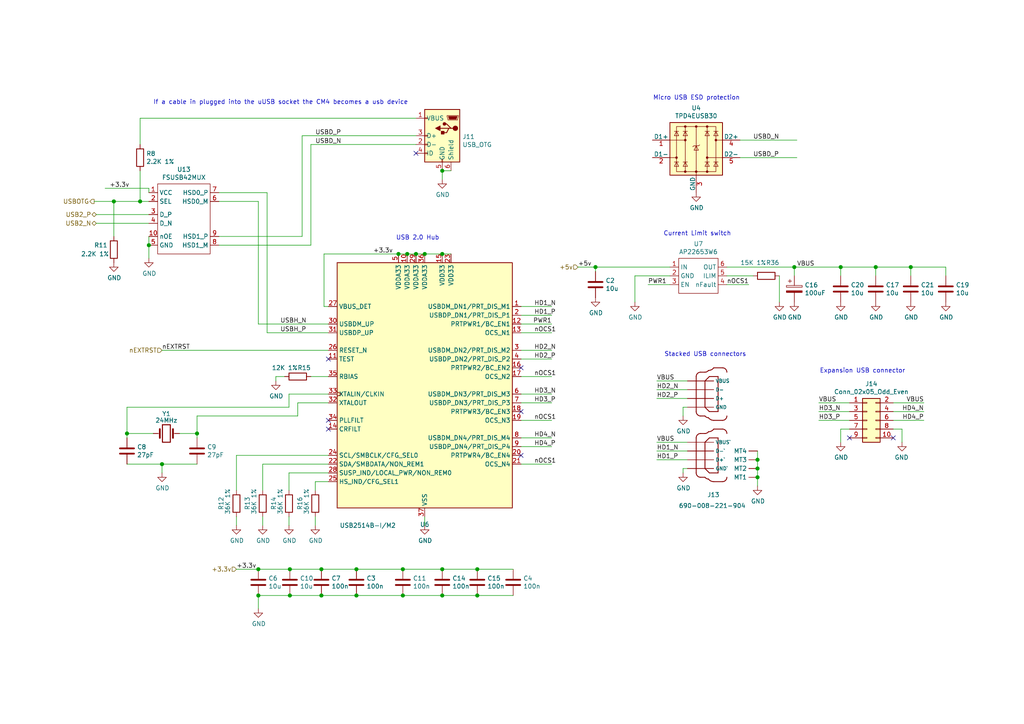
<source format=kicad_sch>
(kicad_sch (version 20211123) (generator eeschema)

  (uuid 40976bf0-19de-460f-ad64-224d4f51e16b)

  (paper "A4")

  (title_block
    (title "Compute Module 4 IO Board - USB")
    (rev "1")
    (company "© 2020-2022 Raspberry Pi Ltd (formerly Raspberry Pi (Trading) Ltd.)")
    (comment 1 "www.raspberrypi.com")
  )

  (lib_symbols
    (symbol "CM4IO:AP2553W6" (in_bom yes) (on_board yes)
      (property "Reference" "U" (id 0) (at 3.81 -6.35 0)
        (effects (font (size 1.27 1.27)))
      )
      (property "Value" "AP2553W6" (id 1) (at -3.81 -6.35 0)
        (effects (font (size 1.27 1.27)))
      )
      (property "Footprint" "Package_TO_SOT_SMD:SOT-23-6" (id 2) (at 3.81 -6.35 0)
        (effects (font (size 1.27 1.27)) hide)
      )
      (property "Datasheet" "https://www.diodes.com/assets/Datasheets/AP255x.pdf" (id 3) (at 3.81 -6.35 0)
        (effects (font (size 1.27 1.27)) hide)
      )
      (property "Field4" "Digikey" (id 4) (at 0 0 0)
        (effects (font (size 1.27 1.27)) hide)
      )
      (property "Field5" "AP2553W6-7DICT-ND" (id 5) (at 0 0 0)
        (effects (font (size 1.27 1.27)) hide)
      )
      (symbol "AP2553W6_0_0"
        (pin power_in line (at -8.89 2.54 0) (length 2.54)
          (name "IN" (effects (font (size 1.27 1.27))))
          (number "1" (effects (font (size 1.27 1.27))))
        )
        (pin power_out line (at -8.89 0 0) (length 2.54)
          (name "GND" (effects (font (size 1.27 1.27))))
          (number "2" (effects (font (size 1.27 1.27))))
        )
        (pin input line (at -8.89 -2.54 0) (length 2.54)
          (name "EN" (effects (font (size 1.27 1.27))))
          (number "3" (effects (font (size 1.27 1.27))))
        )
        (pin open_collector line (at 7.62 -2.54 180) (length 2.54)
          (name "nFault" (effects (font (size 1.27 1.27))))
          (number "4" (effects (font (size 1.27 1.27))))
        )
        (pin passive line (at 7.62 0 180) (length 2.54)
          (name "ILIM" (effects (font (size 1.27 1.27))))
          (number "5" (effects (font (size 1.27 1.27))))
        )
        (pin power_out line (at 7.62 2.54 180) (length 2.54)
          (name "OUT" (effects (font (size 1.27 1.27))))
          (number "6" (effects (font (size 1.27 1.27))))
        )
      )
      (symbol "AP2553W6_0_1"
        (rectangle (start -6.35 5.08) (end 5.08 -5.08)
          (stroke (width 0) (type default) (color 0 0 0 0))
          (fill (type none))
        )
      )
    )
    (symbol "CM4IO:FSUSB42MX" (in_bom yes) (on_board yes)
      (property "Reference" "U" (id 0) (at -7.62 20.32 0)
        (effects (font (size 1.27 1.27)))
      )
      (property "Value" "FSUSB42MX" (id 1) (at -2.54 -2.54 0)
        (effects (font (size 1.27 1.27)))
      )
      (property "Footprint" "" (id 2) (at 0 0 0)
        (effects (font (size 1.27 1.27)) hide)
      )
      (property "Datasheet" "" (id 3) (at 0 0 0)
        (effects (font (size 1.27 1.27)) hide)
      )
      (symbol "FSUSB42MX_0_0"
        (pin power_in line (at 8.89 16.51 180) (length 2.54)
          (name "VCC" (effects (font (size 1.27 1.27))))
          (number "1" (effects (font (size 1.27 1.27))))
        )
        (pin input line (at 8.89 3.81 180) (length 2.54)
          (name "nOE" (effects (font (size 1.27 1.27))))
          (number "10" (effects (font (size 1.27 1.27))))
        )
        (pin input line (at 8.89 13.97 180) (length 2.54)
          (name "SEL" (effects (font (size 1.27 1.27))))
          (number "2" (effects (font (size 1.27 1.27))))
        )
        (pin bidirectional line (at 8.89 10.16 180) (length 2.54)
          (name "D_P" (effects (font (size 1.27 1.27))))
          (number "3" (effects (font (size 1.27 1.27))))
        )
        (pin bidirectional line (at 8.89 7.62 180) (length 2.54)
          (name "D_N" (effects (font (size 1.27 1.27))))
          (number "4" (effects (font (size 1.27 1.27))))
        )
        (pin power_in line (at 8.89 1.27 180) (length 2.54)
          (name "GND" (effects (font (size 1.27 1.27))))
          (number "5" (effects (font (size 1.27 1.27))))
        )
        (pin bidirectional line (at -11.43 13.97 0) (length 2.54)
          (name "HSD0_M" (effects (font (size 1.27 1.27))))
          (number "6" (effects (font (size 1.27 1.27))))
        )
        (pin bidirectional line (at -11.43 16.51 0) (length 2.54)
          (name "HSD0_P" (effects (font (size 1.27 1.27))))
          (number "7" (effects (font (size 1.27 1.27))))
        )
        (pin bidirectional line (at -11.43 1.27 0) (length 2.54)
          (name "HSD1_M" (effects (font (size 1.27 1.27))))
          (number "8" (effects (font (size 1.27 1.27))))
        )
        (pin bidirectional line (at -11.43 3.81 0) (length 2.54)
          (name "HSD1_P" (effects (font (size 1.27 1.27))))
          (number "9" (effects (font (size 1.27 1.27))))
        )
      )
      (symbol "FSUSB42MX_0_1"
        (rectangle (start -8.89 19.05) (end 6.35 -1.27)
          (stroke (width 0) (type default) (color 0 0 0 0))
          (fill (type none))
        )
      )
    )
    (symbol "CM4IO:TPD4EUSB30" (pin_names (offset 0)) (in_bom yes) (on_board yes)
      (property "Reference" "U" (id 0) (at -0.635 8.89 0)
        (effects (font (size 1.27 1.27)))
      )
      (property "Value" "TPD4EUSB30" (id 1) (at 8.89 -10.16 0)
        (effects (font (size 1.27 1.27)))
      )
      (property "Footprint" "Package_SON:USON-10_2.5x1.0mm_P0.5mm" (id 2) (at -24.13 -10.16 0)
        (effects (font (size 1.27 1.27)) hide)
      )
      (property "Datasheet" "http://www.ti.com/lit/ds/symlink/tpd2eusb30a.pdf" (id 3) (at 0 0 0)
        (effects (font (size 1.27 1.27)) hide)
      )
      (property "ki_keywords" "ESD protection USB 3.0" (id 4) (at 0 0 0)
        (effects (font (size 1.27 1.27)) hide)
      )
      (property "ki_description" "4-Channel ESD Protection for Super-Speed USB 3.0 Interface, USON-10" (id 5) (at 0 0 0)
        (effects (font (size 1.27 1.27)) hide)
      )
      (property "ki_fp_filters" "USON*2.5x1.0mm*P0.5mm*" (id 6) (at 0 0 0)
        (effects (font (size 1.27 1.27)) hide)
      )
      (symbol "TPD4EUSB30_0_0"
        (rectangle (start -5.715 6.477) (end 5.715 -6.604)
          (stroke (width 0) (type default) (color 0 0 0 0))
          (fill (type none))
        )
        (polyline
          (pts
            (xy -3.175 -6.604)
            (xy -3.175 6.477)
          )
          (stroke (width 0) (type default) (color 0 0 0 0))
          (fill (type none))
        )
        (polyline
          (pts
            (xy 0 6.477)
            (xy 0 -6.604)
          )
          (stroke (width 0) (type default) (color 0 0 0 0))
          (fill (type none))
        )
        (polyline
          (pts
            (xy 3.175 6.477)
            (xy 3.175 -6.604)
          )
          (stroke (width 0) (type default) (color 0 0 0 0))
          (fill (type none))
        )
      )
      (symbol "TPD4EUSB30_0_1"
        (rectangle (start -7.62 7.62) (end 7.62 -7.62)
          (stroke (width 0.254) (type default) (color 0 0 0 0))
          (fill (type background))
        )
        (circle (center -5.715 -2.54) (radius 0.2794)
          (stroke (width 0) (type default) (color 0 0 0 0))
          (fill (type outline))
        )
        (circle (center -3.175 -6.604) (radius 0.2794)
          (stroke (width 0) (type default) (color 0 0 0 0))
          (fill (type outline))
        )
        (circle (center -3.175 2.54) (radius 0.2794)
          (stroke (width 0) (type default) (color 0 0 0 0))
          (fill (type outline))
        )
        (circle (center -3.175 6.477) (radius 0.2794)
          (stroke (width 0) (type default) (color 0 0 0 0))
          (fill (type outline))
        )
        (circle (center 0 -6.604) (radius 0.2794)
          (stroke (width 0) (type default) (color 0 0 0 0))
          (fill (type outline))
        )
        (polyline
          (pts
            (xy -7.747 2.54)
            (xy -3.175 2.54)
          )
          (stroke (width 0) (type default) (color 0 0 0 0))
          (fill (type none))
        )
        (polyline
          (pts
            (xy -7.62 -2.54)
            (xy -5.715 -2.54)
          )
          (stroke (width 0) (type default) (color 0 0 0 0))
          (fill (type none))
        )
        (polyline
          (pts
            (xy -5.08 -3.81)
            (xy -6.35 -3.81)
          )
          (stroke (width 0) (type default) (color 0 0 0 0))
          (fill (type none))
        )
        (polyline
          (pts
            (xy -5.08 5.08)
            (xy -6.35 5.08)
          )
          (stroke (width 0) (type default) (color 0 0 0 0))
          (fill (type none))
        )
        (polyline
          (pts
            (xy -2.54 -3.81)
            (xy -3.81 -3.81)
          )
          (stroke (width 0) (type default) (color 0 0 0 0))
          (fill (type none))
        )
        (polyline
          (pts
            (xy -2.54 5.08)
            (xy -3.81 5.08)
          )
          (stroke (width 0) (type default) (color 0 0 0 0))
          (fill (type none))
        )
        (polyline
          (pts
            (xy -0.635 0.889)
            (xy -1.016 0.635)
          )
          (stroke (width 0) (type default) (color 0 0 0 0))
          (fill (type none))
        )
        (polyline
          (pts
            (xy 0 -6.604)
            (xy 0 -7.62)
          )
          (stroke (width 0) (type default) (color 0 0 0 0))
          (fill (type none))
        )
        (polyline
          (pts
            (xy 0.635 0.889)
            (xy -0.635 0.889)
          )
          (stroke (width 0) (type default) (color 0 0 0 0))
          (fill (type none))
        )
        (polyline
          (pts
            (xy 0.635 0.889)
            (xy 1.016 1.143)
          )
          (stroke (width 0) (type default) (color 0 0 0 0))
          (fill (type none))
        )
        (polyline
          (pts
            (xy 3.81 -3.81)
            (xy 2.54 -3.81)
          )
          (stroke (width 0) (type default) (color 0 0 0 0))
          (fill (type none))
        )
        (polyline
          (pts
            (xy 3.81 5.08)
            (xy 2.54 5.08)
          )
          (stroke (width 0) (type default) (color 0 0 0 0))
          (fill (type none))
        )
        (polyline
          (pts
            (xy 6.35 -3.81)
            (xy 5.08 -3.81)
          )
          (stroke (width 0) (type default) (color 0 0 0 0))
          (fill (type none))
        )
        (polyline
          (pts
            (xy 6.35 5.08)
            (xy 5.08 5.08)
          )
          (stroke (width 0) (type default) (color 0 0 0 0))
          (fill (type none))
        )
        (polyline
          (pts
            (xy 7.62 -2.54)
            (xy 3.175 -2.54)
          )
          (stroke (width 0) (type default) (color 0 0 0 0))
          (fill (type none))
        )
        (polyline
          (pts
            (xy 7.62 2.54)
            (xy 5.715 2.54)
          )
          (stroke (width 0) (type default) (color 0 0 0 0))
          (fill (type none))
        )
        (polyline
          (pts
            (xy -5.08 -5.08)
            (xy -6.35 -5.08)
            (xy -5.715 -3.81)
            (xy -5.08 -5.08)
          )
          (stroke (width 0) (type default) (color 0 0 0 0))
          (fill (type none))
        )
        (polyline
          (pts
            (xy -5.08 3.81)
            (xy -6.35 3.81)
            (xy -5.715 5.08)
            (xy -5.08 3.81)
          )
          (stroke (width 0) (type default) (color 0 0 0 0))
          (fill (type none))
        )
        (polyline
          (pts
            (xy -2.54 -5.08)
            (xy -3.81 -5.08)
            (xy -3.175 -3.81)
            (xy -2.54 -5.08)
          )
          (stroke (width 0) (type default) (color 0 0 0 0))
          (fill (type none))
        )
        (polyline
          (pts
            (xy -2.54 3.81)
            (xy -3.81 3.81)
            (xy -3.175 5.08)
            (xy -2.54 3.81)
          )
          (stroke (width 0) (type default) (color 0 0 0 0))
          (fill (type none))
        )
        (polyline
          (pts
            (xy 0.635 -0.381)
            (xy -0.635 -0.381)
            (xy 0 0.889)
            (xy 0.635 -0.381)
          )
          (stroke (width 0) (type default) (color 0 0 0 0))
          (fill (type none))
        )
        (polyline
          (pts
            (xy 3.81 -5.08)
            (xy 2.54 -5.08)
            (xy 3.175 -3.81)
            (xy 3.81 -5.08)
          )
          (stroke (width 0) (type default) (color 0 0 0 0))
          (fill (type none))
        )
        (polyline
          (pts
            (xy 3.81 3.81)
            (xy 2.54 3.81)
            (xy 3.175 5.08)
            (xy 3.81 3.81)
          )
          (stroke (width 0) (type default) (color 0 0 0 0))
          (fill (type none))
        )
        (polyline
          (pts
            (xy 6.35 -5.08)
            (xy 5.08 -5.08)
            (xy 5.715 -3.81)
            (xy 6.35 -5.08)
          )
          (stroke (width 0) (type default) (color 0 0 0 0))
          (fill (type none))
        )
        (polyline
          (pts
            (xy 6.35 3.81)
            (xy 5.08 3.81)
            (xy 5.715 5.08)
            (xy 6.35 3.81)
          )
          (stroke (width 0) (type default) (color 0 0 0 0))
          (fill (type none))
        )
        (circle (center 0 6.477) (radius 0.2794)
          (stroke (width 0) (type default) (color 0 0 0 0))
          (fill (type outline))
        )
        (circle (center 3.175 -6.604) (radius 0.2794)
          (stroke (width 0) (type default) (color 0 0 0 0))
          (fill (type outline))
        )
        (circle (center 3.175 -2.54) (radius 0.2794)
          (stroke (width 0) (type default) (color 0 0 0 0))
          (fill (type outline))
        )
        (circle (center 3.175 6.477) (radius 0.2794)
          (stroke (width 0) (type default) (color 0 0 0 0))
          (fill (type outline))
        )
        (circle (center 5.715 2.54) (radius 0.2794)
          (stroke (width 0) (type default) (color 0 0 0 0))
          (fill (type outline))
        )
      )
      (symbol "TPD4EUSB30_1_1"
        (pin passive line (at -12.7 2.54 0) (length 5.08)
          (name "D1+" (effects (font (size 1.27 1.27))))
          (number "1" (effects (font (size 1.27 1.27))))
        )
        (pin passive line (at -12.7 2.54 0) (length 5.08) hide
          (name "~" (effects (font (size 1.27 1.27))))
          (number "10" (effects (font (size 1.27 1.27))))
        )
        (pin passive line (at -12.7 -2.54 0) (length 5.08)
          (name "D1-" (effects (font (size 1.27 1.27))))
          (number "2" (effects (font (size 1.27 1.27))))
        )
        (pin power_in line (at 0 -12.7 90) (length 5.08)
          (name "GND" (effects (font (size 1.27 1.27))))
          (number "3" (effects (font (size 1.27 1.27))))
        )
        (pin passive line (at 12.7 2.54 180) (length 5.08)
          (name "D2+" (effects (font (size 1.27 1.27))))
          (number "4" (effects (font (size 1.27 1.27))))
        )
        (pin passive line (at 12.7 -2.54 180) (length 5.08)
          (name "D2-" (effects (font (size 1.27 1.27))))
          (number "5" (effects (font (size 1.27 1.27))))
        )
        (pin passive line (at 12.7 -2.54 180) (length 5.08) hide
          (name "~" (effects (font (size 1.27 1.27))))
          (number "6" (effects (font (size 1.27 1.27))))
        )
        (pin passive line (at 12.7 2.54 180) (length 5.08) hide
          (name "~" (effects (font (size 1.27 1.27))))
          (number "7" (effects (font (size 1.27 1.27))))
        )
        (pin passive line (at 0 -12.7 90) (length 5.08) hide
          (name "GND" (effects (font (size 1.27 1.27))))
          (number "8" (effects (font (size 1.27 1.27))))
        )
        (pin passive line (at -12.7 -2.54 0) (length 5.08) hide
          (name "~" (effects (font (size 1.27 1.27))))
          (number "9" (effects (font (size 1.27 1.27))))
        )
      )
    )
    (symbol "CM4IO:USB_67298-4090" (pin_numbers hide) (in_bom yes) (on_board yes)
      (property "Reference" "J" (id 0) (at -5.08 21.6408 0)
        (effects (font (size 1.27 1.27)) (justify left bottom))
      )
      (property "Value" "USB_67298-4090" (id 1) (at -5.08 -17.8054 0)
        (effects (font (size 1.27 1.27)) (justify left bottom))
      )
      (property "Footprint" "CM4IO:MOLEX_USB_67298-4090" (id 2) (at 0 0 0)
        (effects (font (size 1.27 1.27)) (justify left bottom) hide)
      )
      (property "Datasheet" "Conn USB Type A RCP 4/4 POS Solder RA Thru-Hole 8 Terminal 2 Port Tray" (id 3) (at 0 0 0)
        (effects (font (size 1.27 1.27)) (justify left bottom) hide)
      )
      (property "Field4" "Farnell" (id 4) (at 0 0 0)
        (effects (font (size 1.27 1.27)) (justify left bottom) hide)
      )
      (property "Field5" "2751688" (id 5) (at 0 0 0)
        (effects (font (size 1.27 1.27)) (justify left bottom) hide)
      )
      (property "Field6" "None" (id 6) (at 0 0 0)
        (effects (font (size 1.27 1.27)) (justify left bottom) hide)
      )
      (property "Field7" "Molex" (id 7) (at 0 0 0)
        (effects (font (size 1.27 1.27)) (justify left bottom) hide)
      )
      (property "Field8" "None" (id 8) (at 0 0 0)
        (effects (font (size 1.27 1.27)) (justify left bottom) hide)
      )
      (symbol "USB_67298-4090_0_0"
        (arc (start -5.08 -11.43) (mid -4.708 -12.328) (end -3.81 -12.7)
          (stroke (width 0.254) (type default) (color 0 0 0 0))
          (fill (type none))
        )
        (arc (start -5.08 6.35) (mid -4.708 5.452) (end -3.81 5.08)
          (stroke (width 0.254) (type default) (color 0 0 0 0))
          (fill (type none))
        )
        (arc (start -3.81 0) (mid -4.708 -0.372) (end -5.08 -1.27)
          (stroke (width 0.254) (type default) (color 0 0 0 0))
          (fill (type none))
        )
        (arc (start -3.81 17.78) (mid -4.708 17.408) (end -5.08 16.51)
          (stroke (width 0.254) (type default) (color 0 0 0 0))
          (fill (type none))
        )
        (arc (start -2.54 -12.7) (mid -3.108 -15.1059) (end -1.524 -13.208)
          (stroke (width 0.254) (type default) (color 0 0 0 0))
          (fill (type none))
        )
        (arc (start -2.54 0) (mid -1.972 0.1341) (end -1.524 0.508)
          (stroke (width 0.254) (type default) (color 0 0 0 0))
          (fill (type none))
        )
        (arc (start -2.54 5.08) (mid -3.108 2.6741) (end -1.524 4.572)
          (stroke (width 0.254) (type default) (color 0 0 0 0))
          (fill (type none))
        )
        (arc (start -2.54 17.78) (mid -1.972 17.9141) (end -1.524 18.288)
          (stroke (width 0.254) (type default) (color 0 0 0 0))
          (fill (type none))
        )
        (arc (start -1.524 -13.208) (mid -0.8519 -13.7689) (end 0 -13.97)
          (stroke (width 0.254) (type default) (color 0 0 0 0))
          (fill (type none))
        )
        (arc (start -1.524 0.508) (mid 0.8519 -2.3389) (end 0 1.27)
          (stroke (width 0.254) (type default) (color 0 0 0 0))
          (fill (type none))
        )
        (arc (start -1.524 4.572) (mid -0.8519 4.0111) (end 0 3.81)
          (stroke (width 0.254) (type default) (color 0 0 0 0))
          (fill (type none))
        )
        (arc (start -1.524 18.288) (mid 0.8519 15.4411) (end 0 19.05)
          (stroke (width 0.254) (type default) (color 0 0 0 0))
          (fill (type none))
        )
        (polyline
          (pts
            (xy -5.08 -1.27)
            (xy -5.08 -11.43)
          )
          (stroke (width 0.254) (type default) (color 0 0 0 0))
          (fill (type none))
        )
        (polyline
          (pts
            (xy -5.08 16.51)
            (xy -5.08 6.35)
          )
          (stroke (width 0.254) (type default) (color 0 0 0 0))
          (fill (type none))
        )
        (polyline
          (pts
            (xy -3.81 -12.7)
            (xy -2.54 -12.7)
          )
          (stroke (width 0.254) (type default) (color 0 0 0 0))
          (fill (type none))
        )
        (polyline
          (pts
            (xy -3.81 0)
            (xy -2.54 0)
          )
          (stroke (width 0.254) (type default) (color 0 0 0 0))
          (fill (type none))
        )
        (polyline
          (pts
            (xy -3.81 5.08)
            (xy -2.54 5.08)
          )
          (stroke (width 0.254) (type default) (color 0 0 0 0))
          (fill (type none))
        )
        (polyline
          (pts
            (xy -3.81 17.78)
            (xy -2.54 17.78)
          )
          (stroke (width 0.254) (type default) (color 0 0 0 0))
          (fill (type none))
        )
        (polyline
          (pts
            (xy -2.54 -10.16)
            (xy -1.27 -11.43)
          )
          (stroke (width 0.254) (type default) (color 0 0 0 0))
          (fill (type none))
        )
        (polyline
          (pts
            (xy -2.54 -2.54)
            (xy -2.54 -10.16)
          )
          (stroke (width 0.254) (type default) (color 0 0 0 0))
          (fill (type none))
        )
        (polyline
          (pts
            (xy -2.54 7.62)
            (xy -1.27 6.35)
          )
          (stroke (width 0.254) (type default) (color 0 0 0 0))
          (fill (type none))
        )
        (polyline
          (pts
            (xy -2.54 15.24)
            (xy -2.54 7.62)
          )
          (stroke (width 0.254) (type default) (color 0 0 0 0))
          (fill (type none))
        )
        (polyline
          (pts
            (xy -1.27 -11.43)
            (xy 1.27 -11.43)
          )
          (stroke (width 0.254) (type default) (color 0 0 0 0))
          (fill (type none))
        )
        (polyline
          (pts
            (xy -1.27 -1.27)
            (xy -2.54 -2.54)
          )
          (stroke (width 0.254) (type default) (color 0 0 0 0))
          (fill (type none))
        )
        (polyline
          (pts
            (xy -1.27 6.35)
            (xy 1.27 6.35)
          )
          (stroke (width 0.254) (type default) (color 0 0 0 0))
          (fill (type none))
        )
        (polyline
          (pts
            (xy -1.27 16.51)
            (xy -2.54 15.24)
          )
          (stroke (width 0.254) (type default) (color 0 0 0 0))
          (fill (type none))
        )
        (polyline
          (pts
            (xy 0 -13.97)
            (xy 2.54 -13.97)
          )
          (stroke (width 0.254) (type default) (color 0 0 0 0))
          (fill (type none))
        )
        (polyline
          (pts
            (xy 0 1.27)
            (xy 2.54 1.27)
          )
          (stroke (width 0.254) (type default) (color 0 0 0 0))
          (fill (type none))
        )
        (polyline
          (pts
            (xy 0 3.81)
            (xy 2.54 3.81)
          )
          (stroke (width 0.254) (type default) (color 0 0 0 0))
          (fill (type none))
        )
        (polyline
          (pts
            (xy 0 19.05)
            (xy 2.54 19.05)
          )
          (stroke (width 0.254) (type default) (color 0 0 0 0))
          (fill (type none))
        )
        (polyline
          (pts
            (xy 1.27 -11.43)
            (xy 1.27 -1.27)
          )
          (stroke (width 0.254) (type default) (color 0 0 0 0))
          (fill (type none))
        )
        (polyline
          (pts
            (xy 1.27 -1.27)
            (xy -1.27 -1.27)
          )
          (stroke (width 0.254) (type default) (color 0 0 0 0))
          (fill (type none))
        )
        (polyline
          (pts
            (xy 1.27 6.35)
            (xy 1.27 16.51)
          )
          (stroke (width 0.254) (type default) (color 0 0 0 0))
          (fill (type none))
        )
        (polyline
          (pts
            (xy 1.27 16.51)
            (xy -1.27 16.51)
          )
          (stroke (width 0.254) (type default) (color 0 0 0 0))
          (fill (type none))
        )
        (arc (start 2.54 -13.97) (mid 3.438 -13.598) (end 3.81 -12.7)
          (stroke (width 0.254) (type default) (color 0 0 0 0))
          (fill (type none))
        )
        (arc (start 2.54 3.81) (mid 3.438 4.182) (end 3.81 5.08)
          (stroke (width 0.254) (type default) (color 0 0 0 0))
          (fill (type none))
        )
        (arc (start 3.81 0) (mid 3.438 0.898) (end 2.54 1.27)
          (stroke (width 0.254) (type default) (color 0 0 0 0))
          (fill (type none))
        )
        (arc (start 3.81 17.78) (mid 3.438 18.678) (end 2.54 19.05)
          (stroke (width 0.254) (type default) (color 0 0 0 0))
          (fill (type none))
        )
        (pin power_in line (at -7.62 -2.54 0) (length 7.62)
          (name "VBUS`" (effects (font (size 1.016 1.016))))
          (number "1" (effects (font (size 1.016 1.016))))
        )
        (pin passive line (at -7.62 -5.08 0) (length 7.62)
          (name "D-`" (effects (font (size 1.016 1.016))))
          (number "2" (effects (font (size 1.016 1.016))))
        )
        (pin passive line (at -7.62 -7.62 0) (length 7.62)
          (name "D+`" (effects (font (size 1.016 1.016))))
          (number "3" (effects (font (size 1.016 1.016))))
        )
        (pin power_in line (at -7.62 -10.16 0) (length 7.62)
          (name "GND`" (effects (font (size 1.016 1.016))))
          (number "4" (effects (font (size 1.016 1.016))))
        )
        (pin power_in line (at -7.62 15.24 0) (length 7.62)
          (name "VBUS" (effects (font (size 1.016 1.016))))
          (number "5" (effects (font (size 1.016 1.016))))
        )
        (pin passive line (at -7.62 12.7 0) (length 7.62)
          (name "D-" (effects (font (size 1.016 1.016))))
          (number "6" (effects (font (size 1.016 1.016))))
        )
        (pin passive line (at -7.62 10.16 0) (length 7.62)
          (name "D+" (effects (font (size 1.016 1.016))))
          (number "7" (effects (font (size 1.016 1.016))))
        )
        (pin power_in line (at -7.62 7.62 0) (length 7.62)
          (name "GND" (effects (font (size 1.016 1.016))))
          (number "8" (effects (font (size 1.016 1.016))))
        )
        (pin passive line (at 12.7 -12.7 180) (length 2.54)
          (name "MT1" (effects (font (size 1.27 1.27))))
          (number "MT1" (effects (font (size 1.27 1.27))))
        )
        (pin passive line (at 12.7 -10.16 180) (length 2.54)
          (name "MT2" (effects (font (size 1.27 1.27))))
          (number "MT2" (effects (font (size 1.27 1.27))))
        )
        (pin passive line (at 12.7 -7.62 180) (length 2.54)
          (name "MT3" (effects (font (size 1.27 1.27))))
          (number "MT3" (effects (font (size 1.27 1.27))))
        )
        (pin passive line (at 12.7 -5.08 180) (length 2.54)
          (name "MT4" (effects (font (size 1.27 1.27))))
          (number "MT4" (effects (font (size 1.27 1.27))))
        )
      )
    )
    (symbol "Connector:USB_OTG" (in_bom yes) (on_board yes)
      (property "Reference" "J" (id 0) (at -5.08 11.43 0)
        (effects (font (size 1.27 1.27)) (justify left))
      )
      (property "Value" "USB_OTG" (id 1) (at -5.08 8.89 0)
        (effects (font (size 1.27 1.27)) (justify left))
      )
      (property "Footprint" "" (id 2) (at 3.81 -1.27 0)
        (effects (font (size 1.27 1.27)) hide)
      )
      (property "Datasheet" " ~" (id 3) (at 3.81 -1.27 0)
        (effects (font (size 1.27 1.27)) hide)
      )
      (property "ki_keywords" "connector USB" (id 4) (at 0 0 0)
        (effects (font (size 1.27 1.27)) hide)
      )
      (property "ki_description" "USB mini/micro connector" (id 5) (at 0 0 0)
        (effects (font (size 1.27 1.27)) hide)
      )
      (property "ki_fp_filters" "USB*" (id 6) (at 0 0 0)
        (effects (font (size 1.27 1.27)) hide)
      )
      (symbol "USB_OTG_0_1"
        (rectangle (start -5.08 -7.62) (end 5.08 7.62)
          (stroke (width 0.254) (type default) (color 0 0 0 0))
          (fill (type background))
        )
        (circle (center -3.81 2.159) (radius 0.635)
          (stroke (width 0.254) (type default) (color 0 0 0 0))
          (fill (type outline))
        )
        (circle (center -0.635 3.429) (radius 0.381)
          (stroke (width 0.254) (type default) (color 0 0 0 0))
          (fill (type outline))
        )
        (rectangle (start -0.127 -7.62) (end 0.127 -6.858)
          (stroke (width 0) (type default) (color 0 0 0 0))
          (fill (type none))
        )
        (polyline
          (pts
            (xy -1.905 2.159)
            (xy 0.635 2.159)
          )
          (stroke (width 0.254) (type default) (color 0 0 0 0))
          (fill (type none))
        )
        (polyline
          (pts
            (xy -3.175 2.159)
            (xy -2.54 2.159)
            (xy -1.27 3.429)
            (xy -0.635 3.429)
          )
          (stroke (width 0.254) (type default) (color 0 0 0 0))
          (fill (type none))
        )
        (polyline
          (pts
            (xy -2.54 2.159)
            (xy -1.905 2.159)
            (xy -1.27 0.889)
            (xy 0 0.889)
          )
          (stroke (width 0.254) (type default) (color 0 0 0 0))
          (fill (type none))
        )
        (polyline
          (pts
            (xy 0.635 2.794)
            (xy 0.635 1.524)
            (xy 1.905 2.159)
            (xy 0.635 2.794)
          )
          (stroke (width 0.254) (type default) (color 0 0 0 0))
          (fill (type outline))
        )
        (polyline
          (pts
            (xy -4.318 5.588)
            (xy -1.778 5.588)
            (xy -2.032 4.826)
            (xy -4.064 4.826)
            (xy -4.318 5.588)
          )
          (stroke (width 0) (type default) (color 0 0 0 0))
          (fill (type outline))
        )
        (polyline
          (pts
            (xy -4.699 5.842)
            (xy -4.699 5.588)
            (xy -4.445 4.826)
            (xy -4.445 4.572)
            (xy -1.651 4.572)
            (xy -1.651 4.826)
            (xy -1.397 5.588)
            (xy -1.397 5.842)
            (xy -4.699 5.842)
          )
          (stroke (width 0) (type default) (color 0 0 0 0))
          (fill (type none))
        )
        (rectangle (start 0.254 1.27) (end -0.508 0.508)
          (stroke (width 0.254) (type default) (color 0 0 0 0))
          (fill (type outline))
        )
        (rectangle (start 5.08 -5.207) (end 4.318 -4.953)
          (stroke (width 0) (type default) (color 0 0 0 0))
          (fill (type none))
        )
        (rectangle (start 5.08 -2.667) (end 4.318 -2.413)
          (stroke (width 0) (type default) (color 0 0 0 0))
          (fill (type none))
        )
        (rectangle (start 5.08 -0.127) (end 4.318 0.127)
          (stroke (width 0) (type default) (color 0 0 0 0))
          (fill (type none))
        )
        (rectangle (start 5.08 4.953) (end 4.318 5.207)
          (stroke (width 0) (type default) (color 0 0 0 0))
          (fill (type none))
        )
      )
      (symbol "USB_OTG_1_1"
        (pin power_in line (at 7.62 5.08 180) (length 2.54)
          (name "VBUS" (effects (font (size 1.27 1.27))))
          (number "1" (effects (font (size 1.27 1.27))))
        )
        (pin passive line (at 7.62 -2.54 180) (length 2.54)
          (name "D-" (effects (font (size 1.27 1.27))))
          (number "2" (effects (font (size 1.27 1.27))))
        )
        (pin passive line (at 7.62 0 180) (length 2.54)
          (name "D+" (effects (font (size 1.27 1.27))))
          (number "3" (effects (font (size 1.27 1.27))))
        )
        (pin passive line (at 7.62 -5.08 180) (length 2.54)
          (name "ID" (effects (font (size 1.27 1.27))))
          (number "4" (effects (font (size 1.27 1.27))))
        )
        (pin power_in line (at 0 -10.16 90) (length 2.54)
          (name "GND" (effects (font (size 1.27 1.27))))
          (number "5" (effects (font (size 1.27 1.27))))
        )
        (pin passive line (at -2.54 -10.16 90) (length 2.54)
          (name "Shield" (effects (font (size 1.27 1.27))))
          (number "6" (effects (font (size 1.27 1.27))))
        )
      )
    )
    (symbol "Connector_Generic:Conn_02x05_Odd_Even" (pin_names hide) (in_bom yes) (on_board yes)
      (property "Reference" "J" (id 0) (at 1.27 7.62 0)
        (effects (font (size 1.27 1.27)))
      )
      (property "Value" "Conn_02x05_Odd_Even" (id 1) (at 1.27 -7.62 0)
        (effects (font (size 1.27 1.27)))
      )
      (property "Footprint" "" (id 2) (at 0 0 0)
        (effects (font (size 1.27 1.27)) hide)
      )
      (property "Datasheet" "~" (id 3) (at 0 0 0)
        (effects (font (size 1.27 1.27)) hide)
      )
      (property "ki_keywords" "connector" (id 4) (at 0 0 0)
        (effects (font (size 1.27 1.27)) hide)
      )
      (property "ki_description" "Generic connector, double row, 02x05, odd/even pin numbering scheme (row 1 odd numbers, row 2 even numbers), script generated (kicad-library-utils/schlib/autogen/connector/)" (id 5) (at 0 0 0)
        (effects (font (size 1.27 1.27)) hide)
      )
      (property "ki_fp_filters" "Connector*:*_2x??_*" (id 6) (at 0 0 0)
        (effects (font (size 1.27 1.27)) hide)
      )
      (symbol "Conn_02x05_Odd_Even_1_1"
        (rectangle (start -1.27 -4.953) (end 0 -5.207)
          (stroke (width 0) (type default) (color 0 0 0 0))
          (fill (type none))
        )
        (rectangle (start -1.27 -2.413) (end 0 -2.667)
          (stroke (width 0) (type default) (color 0 0 0 0))
          (fill (type none))
        )
        (rectangle (start -1.27 0.127) (end 0 -0.127)
          (stroke (width 0) (type default) (color 0 0 0 0))
          (fill (type none))
        )
        (rectangle (start -1.27 2.667) (end 0 2.413)
          (stroke (width 0) (type default) (color 0 0 0 0))
          (fill (type none))
        )
        (rectangle (start -1.27 5.207) (end 0 4.953)
          (stroke (width 0) (type default) (color 0 0 0 0))
          (fill (type none))
        )
        (rectangle (start -1.27 6.35) (end 3.81 -6.35)
          (stroke (width 0.254) (type default) (color 0 0 0 0))
          (fill (type background))
        )
        (rectangle (start 3.81 -4.953) (end 2.54 -5.207)
          (stroke (width 0) (type default) (color 0 0 0 0))
          (fill (type none))
        )
        (rectangle (start 3.81 -2.413) (end 2.54 -2.667)
          (stroke (width 0) (type default) (color 0 0 0 0))
          (fill (type none))
        )
        (rectangle (start 3.81 0.127) (end 2.54 -0.127)
          (stroke (width 0) (type default) (color 0 0 0 0))
          (fill (type none))
        )
        (rectangle (start 3.81 2.667) (end 2.54 2.413)
          (stroke (width 0) (type default) (color 0 0 0 0))
          (fill (type none))
        )
        (rectangle (start 3.81 5.207) (end 2.54 4.953)
          (stroke (width 0) (type default) (color 0 0 0 0))
          (fill (type none))
        )
        (pin passive line (at -5.08 5.08 0) (length 3.81)
          (name "Pin_1" (effects (font (size 1.27 1.27))))
          (number "1" (effects (font (size 1.27 1.27))))
        )
        (pin passive line (at 7.62 -5.08 180) (length 3.81)
          (name "Pin_10" (effects (font (size 1.27 1.27))))
          (number "10" (effects (font (size 1.27 1.27))))
        )
        (pin passive line (at 7.62 5.08 180) (length 3.81)
          (name "Pin_2" (effects (font (size 1.27 1.27))))
          (number "2" (effects (font (size 1.27 1.27))))
        )
        (pin passive line (at -5.08 2.54 0) (length 3.81)
          (name "Pin_3" (effects (font (size 1.27 1.27))))
          (number "3" (effects (font (size 1.27 1.27))))
        )
        (pin passive line (at 7.62 2.54 180) (length 3.81)
          (name "Pin_4" (effects (font (size 1.27 1.27))))
          (number "4" (effects (font (size 1.27 1.27))))
        )
        (pin passive line (at -5.08 0 0) (length 3.81)
          (name "Pin_5" (effects (font (size 1.27 1.27))))
          (number "5" (effects (font (size 1.27 1.27))))
        )
        (pin passive line (at 7.62 0 180) (length 3.81)
          (name "Pin_6" (effects (font (size 1.27 1.27))))
          (number "6" (effects (font (size 1.27 1.27))))
        )
        (pin passive line (at -5.08 -2.54 0) (length 3.81)
          (name "Pin_7" (effects (font (size 1.27 1.27))))
          (number "7" (effects (font (size 1.27 1.27))))
        )
        (pin passive line (at 7.62 -2.54 180) (length 3.81)
          (name "Pin_8" (effects (font (size 1.27 1.27))))
          (number "8" (effects (font (size 1.27 1.27))))
        )
        (pin passive line (at -5.08 -5.08 0) (length 3.81)
          (name "Pin_9" (effects (font (size 1.27 1.27))))
          (number "9" (effects (font (size 1.27 1.27))))
        )
      )
    )
    (symbol "Device:C" (pin_numbers hide) (pin_names (offset 0.254)) (in_bom yes) (on_board yes)
      (property "Reference" "C" (id 0) (at 0.635 2.54 0)
        (effects (font (size 1.27 1.27)) (justify left))
      )
      (property "Value" "C" (id 1) (at 0.635 -2.54 0)
        (effects (font (size 1.27 1.27)) (justify left))
      )
      (property "Footprint" "" (id 2) (at 0.9652 -3.81 0)
        (effects (font (size 1.27 1.27)) hide)
      )
      (property "Datasheet" "~" (id 3) (at 0 0 0)
        (effects (font (size 1.27 1.27)) hide)
      )
      (property "ki_keywords" "cap capacitor" (id 4) (at 0 0 0)
        (effects (font (size 1.27 1.27)) hide)
      )
      (property "ki_description" "Unpolarized capacitor" (id 5) (at 0 0 0)
        (effects (font (size 1.27 1.27)) hide)
      )
      (property "ki_fp_filters" "C_*" (id 6) (at 0 0 0)
        (effects (font (size 1.27 1.27)) hide)
      )
      (symbol "C_0_1"
        (polyline
          (pts
            (xy -2.032 -0.762)
            (xy 2.032 -0.762)
          )
          (stroke (width 0.508) (type default) (color 0 0 0 0))
          (fill (type none))
        )
        (polyline
          (pts
            (xy -2.032 0.762)
            (xy 2.032 0.762)
          )
          (stroke (width 0.508) (type default) (color 0 0 0 0))
          (fill (type none))
        )
      )
      (symbol "C_1_1"
        (pin passive line (at 0 3.81 270) (length 2.794)
          (name "~" (effects (font (size 1.27 1.27))))
          (number "1" (effects (font (size 1.27 1.27))))
        )
        (pin passive line (at 0 -3.81 90) (length 2.794)
          (name "~" (effects (font (size 1.27 1.27))))
          (number "2" (effects (font (size 1.27 1.27))))
        )
      )
    )
    (symbol "Device:CP" (pin_numbers hide) (pin_names (offset 0.254)) (in_bom yes) (on_board yes)
      (property "Reference" "C" (id 0) (at 0.635 2.54 0)
        (effects (font (size 1.27 1.27)) (justify left))
      )
      (property "Value" "CP" (id 1) (at 0.635 -2.54 0)
        (effects (font (size 1.27 1.27)) (justify left))
      )
      (property "Footprint" "" (id 2) (at 0.9652 -3.81 0)
        (effects (font (size 1.27 1.27)) hide)
      )
      (property "Datasheet" "~" (id 3) (at 0 0 0)
        (effects (font (size 1.27 1.27)) hide)
      )
      (property "ki_keywords" "cap capacitor" (id 4) (at 0 0 0)
        (effects (font (size 1.27 1.27)) hide)
      )
      (property "ki_description" "Polarized capacitor" (id 5) (at 0 0 0)
        (effects (font (size 1.27 1.27)) hide)
      )
      (property "ki_fp_filters" "CP_*" (id 6) (at 0 0 0)
        (effects (font (size 1.27 1.27)) hide)
      )
      (symbol "CP_0_1"
        (rectangle (start -2.286 0.508) (end 2.286 1.016)
          (stroke (width 0) (type default) (color 0 0 0 0))
          (fill (type none))
        )
        (polyline
          (pts
            (xy -1.778 2.286)
            (xy -0.762 2.286)
          )
          (stroke (width 0) (type default) (color 0 0 0 0))
          (fill (type none))
        )
        (polyline
          (pts
            (xy -1.27 2.794)
            (xy -1.27 1.778)
          )
          (stroke (width 0) (type default) (color 0 0 0 0))
          (fill (type none))
        )
        (rectangle (start 2.286 -0.508) (end -2.286 -1.016)
          (stroke (width 0) (type default) (color 0 0 0 0))
          (fill (type outline))
        )
      )
      (symbol "CP_1_1"
        (pin passive line (at 0 3.81 270) (length 2.794)
          (name "~" (effects (font (size 1.27 1.27))))
          (number "1" (effects (font (size 1.27 1.27))))
        )
        (pin passive line (at 0 -3.81 90) (length 2.794)
          (name "~" (effects (font (size 1.27 1.27))))
          (number "2" (effects (font (size 1.27 1.27))))
        )
      )
    )
    (symbol "Device:Crystal" (pin_numbers hide) (pin_names hide) (in_bom yes) (on_board yes)
      (property "Reference" "Y" (id 0) (at 0 3.81 0)
        (effects (font (size 1.27 1.27)))
      )
      (property "Value" "Crystal" (id 1) (at 0 -3.81 0)
        (effects (font (size 1.27 1.27)))
      )
      (property "Footprint" "" (id 2) (at 0 0 0)
        (effects (font (size 1.27 1.27)) hide)
      )
      (property "Datasheet" "~" (id 3) (at 0 0 0)
        (effects (font (size 1.27 1.27)) hide)
      )
      (property "ki_keywords" "quartz ceramic resonator oscillator" (id 4) (at 0 0 0)
        (effects (font (size 1.27 1.27)) hide)
      )
      (property "ki_description" "Two pin crystal" (id 5) (at 0 0 0)
        (effects (font (size 1.27 1.27)) hide)
      )
      (property "ki_fp_filters" "Crystal*" (id 6) (at 0 0 0)
        (effects (font (size 1.27 1.27)) hide)
      )
      (symbol "Crystal_0_1"
        (rectangle (start -1.143 2.54) (end 1.143 -2.54)
          (stroke (width 0.3048) (type default) (color 0 0 0 0))
          (fill (type none))
        )
        (polyline
          (pts
            (xy -2.54 0)
            (xy -1.905 0)
          )
          (stroke (width 0) (type default) (color 0 0 0 0))
          (fill (type none))
        )
        (polyline
          (pts
            (xy -1.905 -1.27)
            (xy -1.905 1.27)
          )
          (stroke (width 0.508) (type default) (color 0 0 0 0))
          (fill (type none))
        )
        (polyline
          (pts
            (xy 1.905 -1.27)
            (xy 1.905 1.27)
          )
          (stroke (width 0.508) (type default) (color 0 0 0 0))
          (fill (type none))
        )
        (polyline
          (pts
            (xy 2.54 0)
            (xy 1.905 0)
          )
          (stroke (width 0) (type default) (color 0 0 0 0))
          (fill (type none))
        )
      )
      (symbol "Crystal_1_1"
        (pin passive line (at -3.81 0 0) (length 1.27)
          (name "1" (effects (font (size 1.27 1.27))))
          (number "1" (effects (font (size 1.27 1.27))))
        )
        (pin passive line (at 3.81 0 180) (length 1.27)
          (name "2" (effects (font (size 1.27 1.27))))
          (number "2" (effects (font (size 1.27 1.27))))
        )
      )
    )
    (symbol "Device:R" (pin_numbers hide) (pin_names (offset 0)) (in_bom yes) (on_board yes)
      (property "Reference" "R" (id 0) (at 2.032 0 90)
        (effects (font (size 1.27 1.27)))
      )
      (property "Value" "R" (id 1) (at 0 0 90)
        (effects (font (size 1.27 1.27)))
      )
      (property "Footprint" "" (id 2) (at -1.778 0 90)
        (effects (font (size 1.27 1.27)) hide)
      )
      (property "Datasheet" "~" (id 3) (at 0 0 0)
        (effects (font (size 1.27 1.27)) hide)
      )
      (property "ki_keywords" "R res resistor" (id 4) (at 0 0 0)
        (effects (font (size 1.27 1.27)) hide)
      )
      (property "ki_description" "Resistor" (id 5) (at 0 0 0)
        (effects (font (size 1.27 1.27)) hide)
      )
      (property "ki_fp_filters" "R_*" (id 6) (at 0 0 0)
        (effects (font (size 1.27 1.27)) hide)
      )
      (symbol "R_0_1"
        (rectangle (start -1.016 -2.54) (end 1.016 2.54)
          (stroke (width 0.254) (type default) (color 0 0 0 0))
          (fill (type none))
        )
      )
      (symbol "R_1_1"
        (pin passive line (at 0 3.81 270) (length 1.27)
          (name "~" (effects (font (size 1.27 1.27))))
          (number "1" (effects (font (size 1.27 1.27))))
        )
        (pin passive line (at 0 -3.81 90) (length 1.27)
          (name "~" (effects (font (size 1.27 1.27))))
          (number "2" (effects (font (size 1.27 1.27))))
        )
      )
    )
    (symbol "Interface_USB:USB2514B_Bi" (in_bom yes) (on_board yes)
      (property "Reference" "U" (id 0) (at -17.78 40.64 0)
        (effects (font (size 1.27 1.27)))
      )
      (property "Value" "USB2514B_Bi" (id 1) (at -20.32 38.1 0)
        (effects (font (size 1.27 1.27)))
      )
      (property "Footprint" "Package_DFN_QFN:QFN-36-1EP_6x6mm_P0.5mm_EP3.7x3.7mm" (id 2) (at 33.02 -38.1 0)
        (effects (font (size 1.27 1.27)) hide)
      )
      (property "Datasheet" "http://ww1.microchip.com/downloads/en/DeviceDoc/00001692C.pdf" (id 3) (at 40.64 -40.64 0)
        (effects (font (size 1.27 1.27)) hide)
      )
      (property "ki_keywords" "USB2.0 Hi-Speed-USB-Hub Hub-Controller" (id 4) (at 0 0 0)
        (effects (font (size 1.27 1.27)) hide)
      )
      (property "ki_description" "USB 2.0 Hi-Speed Hub Controller" (id 5) (at 0 0 0)
        (effects (font (size 1.27 1.27)) hide)
      )
      (property "ki_fp_filters" "QFN*6x6mm*P0.5mm*" (id 6) (at 0 0 0)
        (effects (font (size 1.27 1.27)) hide)
      )
      (symbol "USB2514B_Bi_0_1"
        (rectangle (start -25.4 35.56) (end 25.4 -35.56)
          (stroke (width 0.254) (type default) (color 0 0 0 0))
          (fill (type background))
        )
      )
      (symbol "USB2514B_Bi_1_1"
        (pin bidirectional line (at 27.94 22.86 180) (length 2.54)
          (name "USBDM_DN1/PRT_DIS_M1" (effects (font (size 1.27 1.27))))
          (number "1" (effects (font (size 1.27 1.27))))
        )
        (pin power_in line (at -5.08 38.1 270) (length 2.54)
          (name "VDDA33" (effects (font (size 1.27 1.27))))
          (number "10" (effects (font (size 1.27 1.27))))
        )
        (pin input line (at -27.94 7.62 0) (length 2.54)
          (name "TEST" (effects (font (size 1.27 1.27))))
          (number "11" (effects (font (size 1.27 1.27))))
        )
        (pin bidirectional line (at 27.94 17.78 180) (length 2.54)
          (name "PRTPWR1/BC_EN1" (effects (font (size 1.27 1.27))))
          (number "12" (effects (font (size 1.27 1.27))))
        )
        (pin input line (at 27.94 15.24 180) (length 2.54)
          (name "OCS_N1" (effects (font (size 1.27 1.27))))
          (number "13" (effects (font (size 1.27 1.27))))
        )
        (pin input line (at -27.94 -12.7 0) (length 2.54)
          (name "CRFILT" (effects (font (size 1.27 1.27))))
          (number "14" (effects (font (size 1.27 1.27))))
        )
        (pin power_in line (at 5.08 38.1 270) (length 2.54)
          (name "VDD33" (effects (font (size 1.27 1.27))))
          (number "15" (effects (font (size 1.27 1.27))))
        )
        (pin bidirectional line (at 27.94 5.08 180) (length 2.54)
          (name "PRTPWR2/BC_EN2" (effects (font (size 1.27 1.27))))
          (number "16" (effects (font (size 1.27 1.27))))
        )
        (pin input line (at 27.94 2.54 180) (length 2.54)
          (name "OCS_N2" (effects (font (size 1.27 1.27))))
          (number "17" (effects (font (size 1.27 1.27))))
        )
        (pin bidirectional line (at 27.94 -7.62 180) (length 2.54)
          (name "PRTPWR3/BC_EN3" (effects (font (size 1.27 1.27))))
          (number "18" (effects (font (size 1.27 1.27))))
        )
        (pin input line (at 27.94 -10.16 180) (length 2.54)
          (name "OCS_N3" (effects (font (size 1.27 1.27))))
          (number "19" (effects (font (size 1.27 1.27))))
        )
        (pin bidirectional line (at 27.94 20.32 180) (length 2.54)
          (name "USBDP_DN1/PRT_DIS_P1" (effects (font (size 1.27 1.27))))
          (number "2" (effects (font (size 1.27 1.27))))
        )
        (pin bidirectional line (at 27.94 -20.32 180) (length 2.54)
          (name "PRTPWR4/BC_EN4" (effects (font (size 1.27 1.27))))
          (number "20" (effects (font (size 1.27 1.27))))
        )
        (pin input line (at 27.94 -22.86 180) (length 2.54)
          (name "OCS_N4" (effects (font (size 1.27 1.27))))
          (number "21" (effects (font (size 1.27 1.27))))
        )
        (pin bidirectional line (at -27.94 -22.86 0) (length 2.54)
          (name "SDA/SMBDATA/NON_REM1" (effects (font (size 1.27 1.27))))
          (number "22" (effects (font (size 1.27 1.27))))
        )
        (pin power_in line (at 7.62 38.1 270) (length 2.54)
          (name "VDD33" (effects (font (size 1.27 1.27))))
          (number "23" (effects (font (size 1.27 1.27))))
        )
        (pin bidirectional line (at -27.94 -20.32 0) (length 2.54)
          (name "SCL/SMBCLK/CFG_SEL0" (effects (font (size 1.27 1.27))))
          (number "24" (effects (font (size 1.27 1.27))))
        )
        (pin bidirectional line (at -27.94 -27.94 0) (length 2.54)
          (name "HS_IND/CFG_SEL1" (effects (font (size 1.27 1.27))))
          (number "25" (effects (font (size 1.27 1.27))))
        )
        (pin input line (at -27.94 10.16 0) (length 2.54)
          (name "RESET_N" (effects (font (size 1.27 1.27))))
          (number "26" (effects (font (size 1.27 1.27))))
        )
        (pin input line (at -27.94 22.86 0) (length 2.54)
          (name "VBUS_DET" (effects (font (size 1.27 1.27))))
          (number "27" (effects (font (size 1.27 1.27))))
        )
        (pin bidirectional line (at -27.94 -25.4 0) (length 2.54)
          (name "SUSP_IND/LOCAL_PWR/NON_REM0" (effects (font (size 1.27 1.27))))
          (number "28" (effects (font (size 1.27 1.27))))
        )
        (pin power_in line (at -2.54 38.1 270) (length 2.54)
          (name "VDDA33" (effects (font (size 1.27 1.27))))
          (number "29" (effects (font (size 1.27 1.27))))
        )
        (pin bidirectional line (at 27.94 10.16 180) (length 2.54)
          (name "USBDM_DN2/PRT_DIS_M2" (effects (font (size 1.27 1.27))))
          (number "3" (effects (font (size 1.27 1.27))))
        )
        (pin bidirectional line (at -27.94 17.78 0) (length 2.54)
          (name "USBDM_UP" (effects (font (size 1.27 1.27))))
          (number "30" (effects (font (size 1.27 1.27))))
        )
        (pin bidirectional line (at -27.94 15.24 0) (length 2.54)
          (name "USBDP_UP" (effects (font (size 1.27 1.27))))
          (number "31" (effects (font (size 1.27 1.27))))
        )
        (pin output line (at -27.94 -5.08 0) (length 2.54)
          (name "XTALOUT" (effects (font (size 1.27 1.27))))
          (number "32" (effects (font (size 1.27 1.27))))
        )
        (pin input clock (at -27.94 -2.54 0) (length 2.54)
          (name "XTALIN/CLKIN" (effects (font (size 1.27 1.27))))
          (number "33" (effects (font (size 1.27 1.27))))
        )
        (pin input line (at -27.94 -10.16 0) (length 2.54)
          (name "PLLFILT" (effects (font (size 1.27 1.27))))
          (number "34" (effects (font (size 1.27 1.27))))
        )
        (pin input line (at -27.94 2.54 0) (length 2.54)
          (name "RBIAS" (effects (font (size 1.27 1.27))))
          (number "35" (effects (font (size 1.27 1.27))))
        )
        (pin power_in line (at 0 38.1 270) (length 2.54)
          (name "VDDA33" (effects (font (size 1.27 1.27))))
          (number "36" (effects (font (size 1.27 1.27))))
        )
        (pin power_in line (at 0 -38.1 90) (length 2.54)
          (name "VSS" (effects (font (size 1.27 1.27))))
          (number "37" (effects (font (size 1.27 1.27))))
        )
        (pin bidirectional line (at 27.94 7.62 180) (length 2.54)
          (name "USBDP_DN2/PRT_DIS_P2" (effects (font (size 1.27 1.27))))
          (number "4" (effects (font (size 1.27 1.27))))
        )
        (pin power_in line (at -7.62 38.1 270) (length 2.54)
          (name "VDDA33" (effects (font (size 1.27 1.27))))
          (number "5" (effects (font (size 1.27 1.27))))
        )
        (pin bidirectional line (at 27.94 -2.54 180) (length 2.54)
          (name "USBDM_DN3/PRT_DIS_M3" (effects (font (size 1.27 1.27))))
          (number "6" (effects (font (size 1.27 1.27))))
        )
        (pin bidirectional line (at 27.94 -5.08 180) (length 2.54)
          (name "USBDP_DN3/PRT_DIS_P3" (effects (font (size 1.27 1.27))))
          (number "7" (effects (font (size 1.27 1.27))))
        )
        (pin bidirectional line (at 27.94 -15.24 180) (length 2.54)
          (name "USBDM_DN4/PRT_DIS_M4" (effects (font (size 1.27 1.27))))
          (number "8" (effects (font (size 1.27 1.27))))
        )
        (pin bidirectional line (at 27.94 -17.78 180) (length 2.54)
          (name "USBDP_DN4/PRT_DIS_P4" (effects (font (size 1.27 1.27))))
          (number "9" (effects (font (size 1.27 1.27))))
        )
      )
    )
    (symbol "power:GND" (power) (pin_names (offset 0)) (in_bom yes) (on_board yes)
      (property "Reference" "#PWR" (id 0) (at 0 -6.35 0)
        (effects (font (size 1.27 1.27)) hide)
      )
      (property "Value" "GND" (id 1) (at 0 -3.81 0)
        (effects (font (size 1.27 1.27)))
      )
      (property "Footprint" "" (id 2) (at 0 0 0)
        (effects (font (size 1.27 1.27)) hide)
      )
      (property "Datasheet" "" (id 3) (at 0 0 0)
        (effects (font (size 1.27 1.27)) hide)
      )
      (property "ki_keywords" "power-flag" (id 4) (at 0 0 0)
        (effects (font (size 1.27 1.27)) hide)
      )
      (property "ki_description" "Power symbol creates a global label with name \"GND\" , ground" (id 5) (at 0 0 0)
        (effects (font (size 1.27 1.27)) hide)
      )
      (symbol "GND_0_1"
        (polyline
          (pts
            (xy 0 0)
            (xy 0 -1.27)
            (xy 1.27 -1.27)
            (xy 0 -2.54)
            (xy -1.27 -1.27)
            (xy 0 -1.27)
          )
          (stroke (width 0) (type default) (color 0 0 0 0))
          (fill (type none))
        )
      )
      (symbol "GND_1_1"
        (pin power_in line (at 0 0 270) (length 0) hide
          (name "GND" (effects (font (size 1.27 1.27))))
          (number "1" (effects (font (size 1.27 1.27))))
        )
      )
    )
  )


  (junction (at 103.378 165.1) (diameter 1.016) (color 0 0 0 0)
    (uuid 076046ab-4b56-4060-b8d9-0d80806d0277)
  )
  (junction (at 103.378 172.72) (diameter 1.016) (color 0 0 0 0)
    (uuid 1171ce37-6ad7-4662-bb68-5592c945ebf3)
  )
  (junction (at 138.43 165.1) (diameter 1.016) (color 0 0 0 0)
    (uuid 180245d9-4a3f-4d1b-adcc-b4eafac722e0)
  )
  (junction (at 93.218 165.1) (diameter 1.016) (color 0 0 0 0)
    (uuid 196a8dd5-5fd6-4c7f-ae4a-0104bd82e61b)
  )
  (junction (at 128.27 49.53) (diameter 1.016) (color 0 0 0 0)
    (uuid 1fbb0219-551e-409b-a61b-76e8cebdfb9d)
  )
  (junction (at 74.93 172.72) (diameter 1.016) (color 0 0 0 0)
    (uuid 2454fd1b-3484-4838-8b7e-d26357238fe1)
  )
  (junction (at 172.72 77.47) (diameter 1.016) (color 0 0 0 0)
    (uuid 28e37b45-f843-47c2-85c9-ca19f5430ece)
  )
  (junction (at 219.71 138.43) (diameter 1.016) (color 0 0 0 0)
    (uuid 3c5e5ea9-793d-46e3-86bc-5884c4490dc7)
  )
  (junction (at 116.84 165.1) (diameter 1.016) (color 0 0 0 0)
    (uuid 43707e99-bdd7-4b02-9974-540ed6c2b0aa)
  )
  (junction (at 84.074 165.1) (diameter 1.016) (color 0 0 0 0)
    (uuid 45884597-7014-4461-83ee-9975c42b9a53)
  )
  (junction (at 128.27 172.72) (diameter 1.016) (color 0 0 0 0)
    (uuid 54212c01-b363-47b8-a145-45c40df316f4)
  )
  (junction (at 254 77.47) (diameter 1.016) (color 0 0 0 0)
    (uuid 5d9921f1-08b3-4cc9-8cf7-e9a72ca2fdb7)
  )
  (junction (at 36.83 125.73) (diameter 1.016) (color 0 0 0 0)
    (uuid 6bd115d6-07e0-45db-8f2e-3cbb0429104f)
  )
  (junction (at 120.65 73.66) (diameter 1.016) (color 0 0 0 0)
    (uuid 79770cd5-32d7-429a-8248-0d9e6212231a)
  )
  (junction (at 128.27 73.66) (diameter 1.016) (color 0 0 0 0)
    (uuid 7bfba61b-6752-4a45-9ee6-5984dcb15041)
  )
  (junction (at 219.71 133.35) (diameter 1.016) (color 0 0 0 0)
    (uuid 88610282-a92d-4c3d-917a-ea95d59e0759)
  )
  (junction (at 40.64 58.42) (diameter 1.016) (color 0 0 0 0)
    (uuid 97fe2a5c-4eee-4c7a-9c43-47749b396494)
  )
  (junction (at 219.71 135.89) (diameter 1.016) (color 0 0 0 0)
    (uuid 98914cc3-56fe-40bb-820a-3d157225c145)
  )
  (junction (at 123.19 73.66) (diameter 1.016) (color 0 0 0 0)
    (uuid 99332785-d9f1-4363-9377-26ddc18e6d2c)
  )
  (junction (at 128.27 165.1) (diameter 1.016) (color 0 0 0 0)
    (uuid 99dfa524-0366-4808-b4e8-328fc38e8656)
  )
  (junction (at 230.378 77.47) (diameter 1.016) (color 0 0 0 0)
    (uuid 9dcdc92b-2219-4a4a-8954-45f02cc3ab25)
  )
  (junction (at 74.93 165.1) (diameter 1.016) (color 0 0 0 0)
    (uuid ae77c3c8-1144-468e-ad5b-a0b4090735bd)
  )
  (junction (at 93.218 172.72) (diameter 1.016) (color 0 0 0 0)
    (uuid b0271cdd-de22-4bf4-8f55-fc137cfbd4ec)
  )
  (junction (at 57.15 125.73) (diameter 1.016) (color 0 0 0 0)
    (uuid c3c499b1-9227-4e4b-9982-f9f1aa6203b9)
  )
  (junction (at 84.074 172.72) (diameter 1.016) (color 0 0 0 0)
    (uuid c514e30c-e48e-4ca5-ab44-8b3afedef1f2)
  )
  (junction (at 264.16 77.47) (diameter 1.016) (color 0 0 0 0)
    (uuid c8b6b273-3d20-4a46-8069-f6d608563604)
  )
  (junction (at 43.18 71.12) (diameter 1.016) (color 0 0 0 0)
    (uuid ce72ea62-9343-4a4f-81bf-8ac601f5d005)
  )
  (junction (at 33.02 58.42) (diameter 1.016) (color 0 0 0 0)
    (uuid d0a0deb1-4f0f-4ede-b730-2c6d67cb9618)
  )
  (junction (at 115.57 73.66) (diameter 1.016) (color 0 0 0 0)
    (uuid d4c9471f-7503-4339-928c-d1abae1eede6)
  )
  (junction (at 243.84 77.47) (diameter 1.016) (color 0 0 0 0)
    (uuid dae72997-44fc-4275-b36f-cd70bf46cfba)
  )
  (junction (at 116.84 172.72) (diameter 1.016) (color 0 0 0 0)
    (uuid e17e6c0e-7e5b-43f0-ad48-0a2760b45b04)
  )
  (junction (at 118.11 73.66) (diameter 1.016) (color 0 0 0 0)
    (uuid e4e20505-1208-4100-a4aa-676f50844c06)
  )
  (junction (at 138.43 172.72) (diameter 1.016) (color 0 0 0 0)
    (uuid f8f3a9fc-1e34-4573-a767-508104e8d242)
  )
  (junction (at 46.99 134.62) (diameter 1.016) (color 0 0 0 0)
    (uuid fb30f9bb-6a0b-4d8a-82b0-266eab794bc6)
  )

  (no_connect (at 95.25 121.92) (uuid 3326423d-8df7-4a7e-a354-349430b8fbd7))
  (no_connect (at 95.25 104.14) (uuid 4d4fecdd-be4a-47e9-9085-2268d5852d8f))
  (no_connect (at 120.65 44.45) (uuid 4ec618ae-096f-4256-9328-005ee04f13d6))
  (no_connect (at 246.38 127) (uuid 8458d41c-5d62-455d-b6e1-9f718c0faac9))
  (no_connect (at 259.08 127) (uuid 8de2d84c-ff45-4d4f-bc49-c166f6ae6b91))
  (no_connect (at 95.25 124.46) (uuid 92035a88-6c95-4a61-bd8a-cb8dd9e5018a))
  (no_connect (at 151.13 119.38) (uuid e89a0b57-32ea-4c7f-8463-29745653e3d6))
  (no_connect (at 151.13 106.68) (uuid e89a0b57-32ea-4c7f-8463-29745653e3d6))
  (no_connect (at 151.13 132.08) (uuid e89a0b57-32ea-4c7f-8463-29745653e3d6))

  (wire (pts (xy 151.13 96.52) (xy 160.02 96.52))
    (stroke (width 0) (type solid) (color 0 0 0 0))
    (uuid 008da5b9-6f95-4113-b7d0-d93ac62efd33)
  )
  (wire (pts (xy 86.36 116.84) (xy 86.36 120.65))
    (stroke (width 0) (type solid) (color 0 0 0 0))
    (uuid 011ee658-718d-416a-85fd-961729cd1ee5)
  )
  (wire (pts (xy 267.97 121.92) (xy 259.08 121.92))
    (stroke (width 0) (type solid) (color 0 0 0 0))
    (uuid 03f57fb4-32a3-4bc6-85b9-fd8ece4a9592)
  )
  (wire (pts (xy 151.13 88.9) (xy 160.02 88.9))
    (stroke (width 0) (type solid) (color 0 0 0 0))
    (uuid 04cf2f2c-74bf-400d-b4f6-201720df00ed)
  )
  (wire (pts (xy 74.93 165.1) (xy 84.074 165.1))
    (stroke (width 0) (type solid) (color 0 0 0 0))
    (uuid 0a1a4d88-972a-46ce-b25e-6cb796bd41f7)
  )
  (wire (pts (xy 190.5 113.03) (xy 199.39 113.03))
    (stroke (width 0) (type solid) (color 0 0 0 0))
    (uuid 0ceb97d6-1b0f-4b71-921e-b0955c30c998)
  )
  (wire (pts (xy 151.13 116.84) (xy 160.02 116.84))
    (stroke (width 0) (type solid) (color 0 0 0 0))
    (uuid 0fafc6b9-fd35-4a55-9270-7a8e7ce3cb13)
  )
  (wire (pts (xy 36.83 127) (xy 36.83 125.73))
    (stroke (width 0) (type solid) (color 0 0 0 0))
    (uuid 0fd35a3e-b394-4aae-875a-fac843f9cbb7)
  )
  (wire (pts (xy 190.5 115.57) (xy 199.39 115.57))
    (stroke (width 0) (type solid) (color 0 0 0 0))
    (uuid 1241b7f2-e266-4f5c-8a97-9f0f9d0eef37)
  )
  (wire (pts (xy 172.72 77.47) (xy 194.31 77.47))
    (stroke (width 0) (type solid) (color 0 0 0 0))
    (uuid 12a24e86-2c38-4685-bba9-fff8dddb4cb0)
  )
  (wire (pts (xy 93.218 165.1) (xy 103.378 165.1))
    (stroke (width 0) (type solid) (color 0 0 0 0))
    (uuid 18c61c95-8af1-4986-b67e-c7af9c15ab6b)
  )
  (wire (pts (xy 267.97 116.84) (xy 259.08 116.84))
    (stroke (width 0) (type solid) (color 0 0 0 0))
    (uuid 18ca5aef-6a2c-41ac-9e7f-bf7acb716e53)
  )
  (wire (pts (xy 237.49 116.84) (xy 246.38 116.84))
    (stroke (width 0) (type solid) (color 0 0 0 0))
    (uuid 18d11f32-e1a6-4f29-8e3c-0bfeb07299bd)
  )
  (wire (pts (xy 151.13 91.44) (xy 160.02 91.44))
    (stroke (width 0) (type solid) (color 0 0 0 0))
    (uuid 1bdd5841-68b7-42e2-9447-cbdb608d8a08)
  )
  (wire (pts (xy 57.15 120.65) (xy 57.15 125.73))
    (stroke (width 0) (type solid) (color 0 0 0 0))
    (uuid 1f9ae101-c652-4998-a503-17aedf3d5746)
  )
  (wire (pts (xy 95.25 93.98) (xy 74.93 93.98))
    (stroke (width 0) (type solid) (color 0 0 0 0))
    (uuid 2035ea48-3ef5-4d7f-8c3c-50981b30c89a)
  )
  (wire (pts (xy 83.82 142.24) (xy 83.82 137.16))
    (stroke (width 0) (type solid) (color 0 0 0 0))
    (uuid 22bb6c80-05a9-4d89-98b0-f4c23fe6c1ce)
  )
  (wire (pts (xy 151.13 114.3) (xy 160.02 114.3))
    (stroke (width 0) (type solid) (color 0 0 0 0))
    (uuid 27b2eb82-662b-42d8-90e6-830fec4bb8d2)
  )
  (wire (pts (xy 138.43 165.1) (xy 148.844 165.1))
    (stroke (width 0) (type solid) (color 0 0 0 0))
    (uuid 2878a73c-5447-4cd9-8194-14f52ab9459c)
  )
  (wire (pts (xy 68.58 149.86) (xy 68.58 152.4))
    (stroke (width 0) (type solid) (color 0 0 0 0))
    (uuid 29bb7297-26fb-4776-9266-2355d022bab0)
  )
  (wire (pts (xy 194.31 80.01) (xy 184.15 80.01))
    (stroke (width 0) (type solid) (color 0 0 0 0))
    (uuid 2b5a9ad3-7ec4-447d-916c-47adf5f9674f)
  )
  (wire (pts (xy 83.82 118.11) (xy 36.83 118.11))
    (stroke (width 0) (type solid) (color 0 0 0 0))
    (uuid 2db910a0-b943-40b4-b81f-068ba5265f56)
  )
  (wire (pts (xy 93.98 88.9) (xy 93.98 73.66))
    (stroke (width 0) (type solid) (color 0 0 0 0))
    (uuid 2e90e294-82e1-45da-9bf1-b91dfe0dc8f6)
  )
  (wire (pts (xy 43.18 58.42) (xy 40.64 58.42))
    (stroke (width 0) (type solid) (color 0 0 0 0))
    (uuid 30317bf0-88bb-49e7-bf8b-9f3883982225)
  )
  (wire (pts (xy 77.47 55.88) (xy 77.47 96.52))
    (stroke (width 0) (type solid) (color 0 0 0 0))
    (uuid 30c33e3e-fb78-498d-bffe-76273d527004)
  )
  (wire (pts (xy 184.15 80.01) (xy 184.15 87.63))
    (stroke (width 0) (type solid) (color 0 0 0 0))
    (uuid 35ef9c4a-35f6-467b-a704-b1d9354880cf)
  )
  (wire (pts (xy 74.93 58.42) (xy 74.93 93.98))
    (stroke (width 0) (type solid) (color 0 0 0 0))
    (uuid 36d783e7-096f-4c97-9672-7e08c083b87b)
  )
  (wire (pts (xy 118.11 73.66) (xy 120.65 73.66))
    (stroke (width 0) (type solid) (color 0 0 0 0))
    (uuid 3b686d17-1000-4762-ba31-589d599a3edf)
  )
  (wire (pts (xy 151.13 134.62) (xy 160.02 134.62))
    (stroke (width 0) (type solid) (color 0 0 0 0))
    (uuid 3e0392c0-affc-4114-9de5-1f1cfe79418a)
  )
  (wire (pts (xy 43.18 55.88) (xy 43.18 54.61))
    (stroke (width 0) (type solid) (color 0 0 0 0))
    (uuid 3e915099-a18e-49f4-89bb-abe64c2dade5)
  )
  (wire (pts (xy 83.82 114.3) (xy 83.82 118.11))
    (stroke (width 0) (type solid) (color 0 0 0 0))
    (uuid 3f8a5430-68a9-4732-9b89-4e00dd8ae219)
  )
  (wire (pts (xy 36.83 118.11) (xy 36.83 125.73))
    (stroke (width 0) (type solid) (color 0 0 0 0))
    (uuid 4185c36c-c66e-4dbd-be5d-841e551f4885)
  )
  (wire (pts (xy 82.55 109.22) (xy 80.01 109.22))
    (stroke (width 0) (type solid) (color 0 0 0 0))
    (uuid 42ff012d-5eb7-42b9-bb45-415cf26799c6)
  )
  (wire (pts (xy 128.27 172.72) (xy 138.43 172.72))
    (stroke (width 0) (type solid) (color 0 0 0 0))
    (uuid 44646447-0a8e-4aec-a74e-22bf765d0f33)
  )
  (wire (pts (xy 63.5 71.12) (xy 90.17 71.12))
    (stroke (width 0) (type solid) (color 0 0 0 0))
    (uuid 4c843bdb-6c9e-40dd-85e2-0567846e18ba)
  )
  (wire (pts (xy 91.44 149.86) (xy 91.44 152.4))
    (stroke (width 0) (type solid) (color 0 0 0 0))
    (uuid 4e27930e-1827-4788-aa6b-487321d46602)
  )
  (wire (pts (xy 254 77.47) (xy 264.16 77.47))
    (stroke (width 0) (type solid) (color 0 0 0 0))
    (uuid 501880c3-8633-456f-9add-0e8fa1932ba6)
  )
  (wire (pts (xy 264.16 77.47) (xy 264.16 80.01))
    (stroke (width 0) (type solid) (color 0 0 0 0))
    (uuid 528fd7da-c9a6-40ae-9f1a-60f6a7f4d534)
  )
  (wire (pts (xy 219.71 138.43) (xy 219.71 140.97))
    (stroke (width 0) (type solid) (color 0 0 0 0))
    (uuid 53e34696-241f-47e5-a477-f469335c8a61)
  )
  (wire (pts (xy 128.27 49.53) (xy 130.81 49.53))
    (stroke (width 0) (type solid) (color 0 0 0 0))
    (uuid 5701b80f-f006-4814-81c9-0c7f006088a9)
  )
  (wire (pts (xy 76.2 134.62) (xy 95.25 134.62))
    (stroke (width 0) (type solid) (color 0 0 0 0))
    (uuid 57276367-9ce4-4738-88d7-6e8cb94c966c)
  )
  (wire (pts (xy 90.17 71.12) (xy 90.17 41.91))
    (stroke (width 0) (type solid) (color 0 0 0 0))
    (uuid 593b8647-0095-46cc-ba23-3cf2a86edb5e)
  )
  (wire (pts (xy 219.71 130.81) (xy 219.71 133.35))
    (stroke (width 0) (type solid) (color 0 0 0 0))
    (uuid 5a222fb6-5159-4931-9015-19df65643140)
  )
  (wire (pts (xy 76.2 149.86) (xy 76.2 152.4))
    (stroke (width 0) (type solid) (color 0 0 0 0))
    (uuid 5b0a5a46-7b51-4262-a80e-d33dd1806615)
  )
  (wire (pts (xy 57.15 125.73) (xy 57.15 127))
    (stroke (width 0) (type solid) (color 0 0 0 0))
    (uuid 5c30b9b4-3014-4f50-9329-27a539b67e01)
  )
  (wire (pts (xy 151.13 101.6) (xy 160.02 101.6))
    (stroke (width 0) (type solid) (color 0 0 0 0))
    (uuid 5d3d7893-1d11-4f1d-9052-85cf0e07d281)
  )
  (wire (pts (xy 90.17 109.22) (xy 95.25 109.22))
    (stroke (width 0) (type solid) (color 0 0 0 0))
    (uuid 60aa0ce8-9d0e-48ca-bbf9-866403979e9b)
  )
  (wire (pts (xy 190.5 130.81) (xy 199.39 130.81))
    (stroke (width 0) (type solid) (color 0 0 0 0))
    (uuid 6241e6d3-a754-45b6-9f7c-e43019b93226)
  )
  (wire (pts (xy 210.82 77.47) (xy 230.378 77.47))
    (stroke (width 0) (type solid) (color 0 0 0 0))
    (uuid 626679e8-6101-4722-ac57-5b8d9dab4c8b)
  )
  (wire (pts (xy 230.378 77.47) (xy 243.84 77.47))
    (stroke (width 0) (type solid) (color 0 0 0 0))
    (uuid 6325c32f-c82a-4357-b022-f9c7e76f412e)
  )
  (wire (pts (xy 128.27 52.07) (xy 128.27 49.53))
    (stroke (width 0) (type solid) (color 0 0 0 0))
    (uuid 63c56ea4-91a3-4172-b9de-a4388cc8f894)
  )
  (wire (pts (xy 167.64 77.47) (xy 172.72 77.47))
    (stroke (width 0) (type solid) (color 0 0 0 0))
    (uuid 6513181c-0a6a-4560-9a18-17450c36ae2a)
  )
  (wire (pts (xy 151.13 121.92) (xy 160.02 121.92))
    (stroke (width 0) (type solid) (color 0 0 0 0))
    (uuid 66218487-e316-4467-9eba-79d4626ab24e)
  )
  (wire (pts (xy 123.19 73.66) (xy 128.27 73.66))
    (stroke (width 0) (type solid) (color 0 0 0 0))
    (uuid 66bc2bca-dab7-4947-a0ff-403cdaf9fb89)
  )
  (wire (pts (xy 214.63 40.64) (xy 231.14 40.64))
    (stroke (width 0) (type solid) (color 0 0 0 0))
    (uuid 691af561-538d-4e8f-a916-26cad45eb7d6)
  )
  (wire (pts (xy 243.84 77.47) (xy 254 77.47))
    (stroke (width 0) (type solid) (color 0 0 0 0))
    (uuid 6afc19cf-38b4-47a3-bc2b-445b18724310)
  )
  (wire (pts (xy 63.5 68.58) (xy 87.63 68.58))
    (stroke (width 0) (type solid) (color 0 0 0 0))
    (uuid 6ffdf05e-e119-49f9-85e9-13e4901df42a)
  )
  (wire (pts (xy 27.94 64.77) (xy 43.18 64.77))
    (stroke (width 0) (type solid) (color 0 0 0 0))
    (uuid 71c6e723-673c-45a9-a0e4-9742220c52a3)
  )
  (wire (pts (xy 84.074 172.72) (xy 93.218 172.72))
    (stroke (width 0) (type solid) (color 0 0 0 0))
    (uuid 72508b1f-1505-46cb-9d37-2081c5a12aca)
  )
  (wire (pts (xy 68.58 132.08) (xy 95.25 132.08))
    (stroke (width 0) (type solid) (color 0 0 0 0))
    (uuid 72b36951-3ec7-4569-9c88-cf9b4afe1cae)
  )
  (wire (pts (xy 151.13 104.14) (xy 160.02 104.14))
    (stroke (width 0) (type solid) (color 0 0 0 0))
    (uuid 79476267-290e-445f-995b-0afd0e11a4b5)
  )
  (wire (pts (xy 95.25 116.84) (xy 86.36 116.84))
    (stroke (width 0) (type solid) (color 0 0 0 0))
    (uuid 7a2f50f6-0c99-4e8d-9c2a-8f2f961d2e6d)
  )
  (wire (pts (xy 87.63 68.58) (xy 87.63 39.37))
    (stroke (width 0) (type solid) (color 0 0 0 0))
    (uuid 7a74c4b1-6243-4a12-85a2-bc41d346e7aa)
  )
  (wire (pts (xy 261.62 124.46) (xy 261.62 128.27))
    (stroke (width 0) (type solid) (color 0 0 0 0))
    (uuid 7a879184-fad8-4feb-afb5-86fe8d34f1f7)
  )
  (wire (pts (xy 214.63 45.72) (xy 231.14 45.72))
    (stroke (width 0) (type solid) (color 0 0 0 0))
    (uuid 7ce7415d-7c22-49f6-8215-488853ccc8c6)
  )
  (wire (pts (xy 190.5 128.27) (xy 199.39 128.27))
    (stroke (width 0) (type solid) (color 0 0 0 0))
    (uuid 7d0dab95-9e7a-486e-a1d7-fc48860fd57d)
  )
  (wire (pts (xy 86.36 120.65) (xy 57.15 120.65))
    (stroke (width 0) (type solid) (color 0 0 0 0))
    (uuid 7d76d925-f900-42af-a03f-bb32d2381b09)
  )
  (wire (pts (xy 93.98 73.66) (xy 115.57 73.66))
    (stroke (width 0) (type solid) (color 0 0 0 0))
    (uuid 7e1217ba-8a3d-4079-8d7b-b45f90cfbf53)
  )
  (wire (pts (xy 83.82 149.86) (xy 83.82 152.4))
    (stroke (width 0) (type solid) (color 0 0 0 0))
    (uuid 802c2dc3-ca9f-491e-9d66-7893e89ac34c)
  )
  (wire (pts (xy 237.49 121.92) (xy 246.38 121.92))
    (stroke (width 0) (type solid) (color 0 0 0 0))
    (uuid 84d296ba-3d39-4264-ad19-947f90c54396)
  )
  (wire (pts (xy 219.71 133.35) (xy 219.71 135.89))
    (stroke (width 0) (type solid) (color 0 0 0 0))
    (uuid 88002554-c459-46e5-8b22-6ea6fe07fd4c)
  )
  (wire (pts (xy 46.99 134.62) (xy 57.15 134.62))
    (stroke (width 0) (type solid) (color 0 0 0 0))
    (uuid 88cb65f4-7e9e-44eb-8692-3b6e2e788a94)
  )
  (wire (pts (xy 151.13 109.22) (xy 160.02 109.22))
    (stroke (width 0) (type solid) (color 0 0 0 0))
    (uuid 8b290a17-6328-4178-9131-29524d345539)
  )
  (wire (pts (xy 91.44 142.24) (xy 91.44 139.7))
    (stroke (width 0) (type solid) (color 0 0 0 0))
    (uuid 8cd050d6-228c-4da0-9533-b4f8d14cfb34)
  )
  (wire (pts (xy 219.71 135.89) (xy 219.71 138.43))
    (stroke (width 0) (type solid) (color 0 0 0 0))
    (uuid 8cdc8ef9-532e-4bf5-9998-7213b9e692a2)
  )
  (wire (pts (xy 254 77.47) (xy 254 80.01))
    (stroke (width 0) (type solid) (color 0 0 0 0))
    (uuid 91fe070a-a49b-4bc5-805a-42f23e10d114)
  )
  (wire (pts (xy 120.65 73.66) (xy 123.19 73.66))
    (stroke (width 0) (type solid) (color 0 0 0 0))
    (uuid 9286cf02-1563-41d2-9931-c192c33bab31)
  )
  (wire (pts (xy 27.305 58.42) (xy 33.02 58.42))
    (stroke (width 0) (type solid) (color 0 0 0 0))
    (uuid 935057d5-6882-4c15-9a35-54677912ba12)
  )
  (wire (pts (xy 226.06 80.01) (xy 226.06 87.63))
    (stroke (width 0) (type solid) (color 0 0 0 0))
    (uuid 9390234f-bf3f-46cd-b6a0-8a438ec76e9f)
  )
  (wire (pts (xy 138.43 172.72) (xy 148.844 172.72))
    (stroke (width 0) (type solid) (color 0 0 0 0))
    (uuid 955cc99e-a129-42cf-abc7-aa99813fdb5f)
  )
  (wire (pts (xy 103.378 172.72) (xy 116.84 172.72))
    (stroke (width 0) (type solid) (color 0 0 0 0))
    (uuid 9565d2ee-a4f1-4d08-b2c9-0264233a0d2b)
  )
  (wire (pts (xy 83.82 114.3) (xy 95.25 114.3))
    (stroke (width 0) (type solid) (color 0 0 0 0))
    (uuid 96de0051-7945-413a-9219-1ab367546962)
  )
  (wire (pts (xy 63.5 55.88) (xy 77.47 55.88))
    (stroke (width 0) (type solid) (color 0 0 0 0))
    (uuid 9a2d648d-863a-4b7b-80f9-d537185c212b)
  )
  (wire (pts (xy 123.19 149.86) (xy 123.19 152.4))
    (stroke (width 0) (type solid) (color 0 0 0 0))
    (uuid 9b6bb172-1ac4-440a-ac75-c1917d9d59c7)
  )
  (wire (pts (xy 230.378 77.47) (xy 230.378 80.01))
    (stroke (width 0) (type solid) (color 0 0 0 0))
    (uuid 9e813ec2-d4ce-4e2e-b379-c6fedb4c45db)
  )
  (wire (pts (xy 199.39 118.11) (xy 198.12 118.11))
    (stroke (width 0) (type solid) (color 0 0 0 0))
    (uuid 9f782c92-a5e8-49db-bfda-752b35522ce4)
  )
  (wire (pts (xy 93.218 172.72) (xy 103.378 172.72))
    (stroke (width 0) (type solid) (color 0 0 0 0))
    (uuid a5be2cb8-c68d-4180-8412-69a6b4c5b1d4)
  )
  (wire (pts (xy 190.5 110.49) (xy 199.39 110.49))
    (stroke (width 0) (type solid) (color 0 0 0 0))
    (uuid a7f25f41-0b4c-4430-b6cd-b2160b2db099)
  )
  (wire (pts (xy 36.83 125.73) (xy 44.45 125.73))
    (stroke (width 0) (type solid) (color 0 0 0 0))
    (uuid a8b4bc7e-da32-4fb8-b71a-d7b47c6f741f)
  )
  (wire (pts (xy 237.49 119.38) (xy 246.38 119.38))
    (stroke (width 0) (type solid) (color 0 0 0 0))
    (uuid a90361cd-254c-4d27-ae1f-9a6c85bafe28)
  )
  (wire (pts (xy 103.378 165.1) (xy 116.84 165.1))
    (stroke (width 0) (type solid) (color 0 0 0 0))
    (uuid ae0e6b31-27d7-4383-a4fc-7557b0a19382)
  )
  (wire (pts (xy 151.13 93.98) (xy 160.02 93.98))
    (stroke (width 0) (type solid) (color 0 0 0 0))
    (uuid aeb03be9-98f0-43f6-9432-1bb35aa04bab)
  )
  (wire (pts (xy 115.57 73.66) (xy 118.11 73.66))
    (stroke (width 0) (type solid) (color 0 0 0 0))
    (uuid b287f145-851e-45cc-b200-e62677b551d5)
  )
  (wire (pts (xy 30.48 54.61) (xy 43.18 54.61))
    (stroke (width 0) (type solid) (color 0 0 0 0))
    (uuid b4833916-7a3e-4498-86fb-ec6d13262ffe)
  )
  (wire (pts (xy 210.82 82.55) (xy 217.17 82.55))
    (stroke (width 0) (type solid) (color 0 0 0 0))
    (uuid b59f18ce-2e34-4b6e-b14d-8d73b8268179)
  )
  (wire (pts (xy 274.32 80.01) (xy 274.32 77.47))
    (stroke (width 0) (type solid) (color 0 0 0 0))
    (uuid b78cb2c1-ae4b-4d9b-acd8-d7fe342342f2)
  )
  (wire (pts (xy 210.82 80.01) (xy 218.44 80.01))
    (stroke (width 0) (type solid) (color 0 0 0 0))
    (uuid b7bf6e08-7978-4190-aff5-c90d967f0f9c)
  )
  (wire (pts (xy 187.96 82.55) (xy 194.31 82.55))
    (stroke (width 0) (type solid) (color 0 0 0 0))
    (uuid b8b961e9-8a60-45fc-999a-a7a3baff4e0d)
  )
  (wire (pts (xy 95.25 88.9) (xy 93.98 88.9))
    (stroke (width 0) (type solid) (color 0 0 0 0))
    (uuid ba6fc20e-7eff-4d5f-81e4-d1fad93be155)
  )
  (wire (pts (xy 91.44 139.7) (xy 95.25 139.7))
    (stroke (width 0) (type solid) (color 0 0 0 0))
    (uuid bde95c06-433a-4c03-bc48-e3abcdb4e054)
  )
  (wire (pts (xy 74.93 176.53) (xy 74.93 172.72))
    (stroke (width 0) (type solid) (color 0 0 0 0))
    (uuid bdf40d30-88ff-4479-bad1-69529464b61b)
  )
  (wire (pts (xy 36.83 134.62) (xy 46.99 134.62))
    (stroke (width 0) (type solid) (color 0 0 0 0))
    (uuid c088f712-1abe-4cac-9a8b-d564931395aa)
  )
  (wire (pts (xy 128.27 73.66) (xy 130.81 73.66))
    (stroke (width 0) (type solid) (color 0 0 0 0))
    (uuid c25449d6-d734-4953-b762-98f82a830248)
  )
  (wire (pts (xy 77.47 96.52) (xy 95.25 96.52))
    (stroke (width 0) (type solid) (color 0 0 0 0))
    (uuid c3b3d7f4-943f-4cff-b180-87ef3e1bcbff)
  )
  (wire (pts (xy 259.08 124.46) (xy 261.62 124.46))
    (stroke (width 0) (type solid) (color 0 0 0 0))
    (uuid c454102f-dc92-4550-9492-797fc8e6b49c)
  )
  (wire (pts (xy 63.5 58.42) (xy 74.93 58.42))
    (stroke (width 0) (type solid) (color 0 0 0 0))
    (uuid c4cab9c5-d6e5-4660-b910-603a51b56783)
  )
  (wire (pts (xy 190.5 133.35) (xy 199.39 133.35))
    (stroke (width 0) (type solid) (color 0 0 0 0))
    (uuid c8a44971-63c1-4a19-879d-b6647b2dc08d)
  )
  (wire (pts (xy 243.84 124.46) (xy 246.38 124.46))
    (stroke (width 0) (type solid) (color 0 0 0 0))
    (uuid c8a7af6e-c432-4fa3-91ee-c8bf0c5a9ebe)
  )
  (wire (pts (xy 74.93 172.72) (xy 84.074 172.72))
    (stroke (width 0) (type solid) (color 0 0 0 0))
    (uuid c9b9e62d-dede-4d1a-9a05-275614f8bdb2)
  )
  (wire (pts (xy 68.58 165.1) (xy 74.93 165.1))
    (stroke (width 0) (type solid) (color 0 0 0 0))
    (uuid cb6062da-8dcd-4826-92fd-4071e9e97213)
  )
  (wire (pts (xy 43.18 71.12) (xy 43.18 74.93))
    (stroke (width 0) (type solid) (color 0 0 0 0))
    (uuid cb721686-5255-4788-a3b0-ce4312e32eb7)
  )
  (wire (pts (xy 33.02 58.42) (xy 33.02 68.58))
    (stroke (width 0) (type solid) (color 0 0 0 0))
    (uuid cc48dd41-7768-48d3-b096-2c4cc2126c9d)
  )
  (wire (pts (xy 199.39 135.89) (xy 198.12 135.89))
    (stroke (width 0) (type solid) (color 0 0 0 0))
    (uuid ccc4cc25-ac17-45ef-825c-e079951ffb21)
  )
  (wire (pts (xy 116.84 172.72) (xy 128.27 172.72))
    (stroke (width 0) (type solid) (color 0 0 0 0))
    (uuid cebb9021-66d3-4116-98d4-5e6f3c1552be)
  )
  (wire (pts (xy 151.13 129.54) (xy 160.02 129.54))
    (stroke (width 0) (type solid) (color 0 0 0 0))
    (uuid cf815d51-c956-4c5a-adde-c373cb025b07)
  )
  (wire (pts (xy 243.84 124.46) (xy 243.84 128.27))
    (stroke (width 0) (type solid) (color 0 0 0 0))
    (uuid d01102e9-b170-4eb1-a0a4-9a31feb850b7)
  )
  (wire (pts (xy 116.84 165.1) (xy 128.27 165.1))
    (stroke (width 0) (type solid) (color 0 0 0 0))
    (uuid d1eca865-05c5-48a4-96cf-ed5f8a640e25)
  )
  (wire (pts (xy 40.64 49.53) (xy 40.64 58.42))
    (stroke (width 0) (type solid) (color 0 0 0 0))
    (uuid d3d57924-54a6-421d-a3a0-a044fc909e88)
  )
  (wire (pts (xy 46.99 101.6) (xy 95.25 101.6))
    (stroke (width 0) (type solid) (color 0 0 0 0))
    (uuid d4db7f11-8cfe-40d2-b021-b36f05241701)
  )
  (wire (pts (xy 128.27 165.1) (xy 138.43 165.1))
    (stroke (width 0) (type solid) (color 0 0 0 0))
    (uuid d7e4abd8-69f5-4706-b12e-898194e5bf56)
  )
  (wire (pts (xy 198.12 135.89) (xy 198.12 137.16))
    (stroke (width 0) (type solid) (color 0 0 0 0))
    (uuid da6f4122-0ecc-496f-b0fd-e4abef534976)
  )
  (wire (pts (xy 151.13 127) (xy 160.02 127))
    (stroke (width 0) (type solid) (color 0 0 0 0))
    (uuid dca1d7db-c913-4d73-a2cc-fdc9651eda69)
  )
  (wire (pts (xy 27.94 62.23) (xy 43.18 62.23))
    (stroke (width 0) (type solid) (color 0 0 0 0))
    (uuid e091e263-c616-48ef-a460-465c70218987)
  )
  (wire (pts (xy 264.16 77.47) (xy 274.32 77.47))
    (stroke (width 0) (type solid) (color 0 0 0 0))
    (uuid e413cfad-d7bd-41ab-b8dd-4b67484671a6)
  )
  (wire (pts (xy 76.2 142.24) (xy 76.2 134.62))
    (stroke (width 0) (type solid) (color 0 0 0 0))
    (uuid e5217a0c-7f55-4c30-adda-7f8d95709d1b)
  )
  (wire (pts (xy 52.07 125.73) (xy 57.15 125.73))
    (stroke (width 0) (type solid) (color 0 0 0 0))
    (uuid e5b328f6-dc69-4905-ae98-2dc3200a51d6)
  )
  (wire (pts (xy 40.64 34.29) (xy 120.65 34.29))
    (stroke (width 0) (type solid) (color 0 0 0 0))
    (uuid ea6fde00-59dc-4a79-a647-7e38199fae0e)
  )
  (wire (pts (xy 40.64 58.42) (xy 33.02 58.42))
    (stroke (width 0) (type solid) (color 0 0 0 0))
    (uuid eab9c52c-3aa0-43a7-bc7f-7e234ff1e9f4)
  )
  (wire (pts (xy 68.58 142.24) (xy 68.58 132.08))
    (stroke (width 0) (type solid) (color 0 0 0 0))
    (uuid eb8d02e9-145c-465d-b6a8-bae84d47a94b)
  )
  (wire (pts (xy 90.17 41.91) (xy 120.65 41.91))
    (stroke (width 0) (type solid) (color 0 0 0 0))
    (uuid ed8a7f02-cf05-41d0-97b4-4388ef205e73)
  )
  (wire (pts (xy 84.074 165.1) (xy 93.218 165.1))
    (stroke (width 0) (type solid) (color 0 0 0 0))
    (uuid eed466bf-cd88-4860-9abf-41a594ca08bd)
  )
  (wire (pts (xy 198.12 118.11) (xy 198.12 120.65))
    (stroke (width 0) (type solid) (color 0 0 0 0))
    (uuid f1782535-55f4-4299-bd4f-6f51b0b7259c)
  )
  (wire (pts (xy 87.63 39.37) (xy 120.65 39.37))
    (stroke (width 0) (type solid) (color 0 0 0 0))
    (uuid f1e619ac-5067-41df-8384-776ec70a6093)
  )
  (wire (pts (xy 172.72 78.74) (xy 172.72 77.47))
    (stroke (width 0) (type solid) (color 0 0 0 0))
    (uuid f357ddb5-3f44-43b0-b00d-d64f5c62ba4a)
  )
  (wire (pts (xy 80.01 109.22) (xy 80.01 110.49))
    (stroke (width 0) (type solid) (color 0 0 0 0))
    (uuid f64497d1-1d62-44a4-8e5e-6fba4ebc969a)
  )
  (wire (pts (xy 40.64 41.91) (xy 40.64 34.29))
    (stroke (width 0) (type solid) (color 0 0 0 0))
    (uuid f73b5500-6337-4860-a114-6e307f65ec9f)
  )
  (wire (pts (xy 83.82 137.16) (xy 95.25 137.16))
    (stroke (width 0) (type solid) (color 0 0 0 0))
    (uuid f8bd6470-fafd-47f2-8ed5-9449988187ce)
  )
  (wire (pts (xy 43.18 68.58) (xy 43.18 71.12))
    (stroke (width 0) (type solid) (color 0 0 0 0))
    (uuid f959907b-1cef-4760-b043-4260a660a2ae)
  )
  (wire (pts (xy 267.97 119.38) (xy 259.08 119.38))
    (stroke (width 0) (type solid) (color 0 0 0 0))
    (uuid f9b1563b-384a-447c-9f47-736504e995c8)
  )
  (wire (pts (xy 46.99 134.62) (xy 46.99 137.16))
    (stroke (width 0) (type solid) (color 0 0 0 0))
    (uuid faa1812c-fdf3-47ae-9cf4-ae06a263bfbd)
  )
  (wire (pts (xy 243.84 80.01) (xy 243.84 77.47))
    (stroke (width 0) (type solid) (color 0 0 0 0))
    (uuid fe14c012-3d58-4e5e-9a37-4b9765a7f764)
  )

  (text "Expansion USB connector" (at 262.6106 108.3818 180)
    (effects (font (size 1.27 1.27)) (justify right bottom))
    (uuid 1e48966e-d29d-4521-8939-ec8ac570431d)
  )
  (text "Current Limit switch" (at 212.09 68.58 180)
    (effects (font (size 1.27 1.27)) (justify right bottom))
    (uuid 24b72b0d-63b8-4e06-89d0-e94dcf39a600)
  )
  (text "USB 2.0 Hub" (at 127.4318 69.7992 180)
    (effects (font (size 1.27 1.27)) (justify right bottom))
    (uuid 4431c0f6-83ea-4eee-95a8-991da2f03ccd)
  )
  (text "If a cable in plugged into the uUSB socket the CM4 becomes a usb device"
    (at 44.45 30.48 0)
    (effects (font (size 1.27 1.27)) (justify left bottom))
    (uuid 90e761f6-1432-4f73-ad28-fa8869b7ec31)
  )
  (text "Micro USB ESD protection" (at 214.63 29.21 180)
    (effects (font (size 1.27 1.27)) (justify right bottom))
    (uuid a6738794-75ae-48a6-8949-ed8717400d71)
  )
  (text "Stacked USB connectors" (at 216.4588 103.5812 180)
    (effects (font (size 1.27 1.27)) (justify right bottom))
    (uuid d692b5e6-71b2-4fa6-bc83-618add8d8fef)
  )

  (label "nOCS1" (at 154.94 96.52 0)
    (effects (font (size 1.27 1.27)) (justify left bottom))
    (uuid 05f2859d-2820-4e84-b395-696011feb13b)
  )
  (label "+3.3v" (at 31.75 54.61 0)
    (effects (font (size 1.27 1.27)) (justify left bottom))
    (uuid 07d160b6-23e1-4aa0-95cb-440482e6fc15)
  )
  (label "HD2_P" (at 190.5 115.57 0)
    (effects (font (size 1.27 1.27)) (justify left bottom))
    (uuid 25bc3602-3fb4-4a04-94e3-21ba22562c24)
  )
  (label "HD3_N" (at 237.49 119.38 0)
    (effects (font (size 1.27 1.27)) (justify left bottom))
    (uuid 269f19c3-6824-45a8-be29-fa58d70cbb42)
  )
  (label "HD1_P" (at 190.5 133.35 0)
    (effects (font (size 1.27 1.27)) (justify left bottom))
    (uuid 283c990c-ae5a-4e41-a3ad-b40ca29fe90e)
  )
  (label "HD1_N" (at 154.94 88.9 0)
    (effects (font (size 1.27 1.27)) (justify left bottom))
    (uuid 2a1de22d-6451-488d-af77-0bf8841bd695)
  )
  (label "HD4_P" (at 154.94 129.54 0)
    (effects (font (size 1.27 1.27)) (justify left bottom))
    (uuid 2c60448a-e30f-46b2-89e1-a44f51688efc)
  )
  (label "VBUS" (at 237.49 116.84 0)
    (effects (font (size 1.27 1.27)) (justify left bottom))
    (uuid 38cfe839-c630-43d3-a9ec-6a89ba9e318a)
  )
  (label "nOCS1" (at 210.82 82.55 0)
    (effects (font (size 1.27 1.27)) (justify left bottom))
    (uuid 49575217-40b0-4890-8acf-12982cca52b5)
  )
  (label "VBUS" (at 190.5 110.49 0)
    (effects (font (size 1.27 1.27)) (justify left bottom))
    (uuid 4a54c707-7b6f-4a3d-a74d-5e3526114aba)
  )
  (label "HD2_N" (at 190.5 113.03 0)
    (effects (font (size 1.27 1.27)) (justify left bottom))
    (uuid 4aa97874-2fd2-414c-b381-9420384c2fd8)
  )
  (label "PWR1" (at 160.02 93.98 180)
    (effects (font (size 1.27 1.27)) (justify right bottom))
    (uuid 4b1fce17-dec7-457e-ba3b-a77604e77dc9)
  )
  (label "USBD_N" (at 218.44 40.64 0)
    (effects (font (size 1.27 1.27)) (justify left bottom))
    (uuid 4cafb73d-1ad8-4d24-acf7-63d78095ae46)
  )
  (label "nOCS1" (at 154.94 109.22 0)
    (effects (font (size 1.27 1.27)) (justify left bottom))
    (uuid 576f00e6-a1be-45d3-9b93-e26d9e0fe306)
  )
  (label "VBUS" (at 231.14 77.47 0)
    (effects (font (size 1.27 1.27)) (justify left bottom))
    (uuid 5889287d-b845-4684-b23e-663811b25d27)
  )
  (label "USBD_N" (at 91.44 41.91 0)
    (effects (font (size 1.27 1.27)) (justify left bottom))
    (uuid 6ac3ab53-7523-4805-bfd2-5de19dff127e)
  )
  (label "HD2_P" (at 154.94 104.14 0)
    (effects (font (size 1.27 1.27)) (justify left bottom))
    (uuid 713e0777-58b2-4487-baca-60d0ebed27c3)
  )
  (label "VBUS" (at 190.5 128.27 0)
    (effects (font (size 1.27 1.27)) (justify left bottom))
    (uuid 7760a75a-d74b-4185-b34e-cbc7b2c339b6)
  )
  (label "+3.3v" (at 68.58 165.1 0)
    (effects (font (size 1.27 1.27)) (justify left bottom))
    (uuid 844d7d7a-b386-45a8-aaf6-bf41bbcb43b5)
  )
  (label "+5v" (at 167.64 77.47 0)
    (effects (font (size 1.27 1.27)) (justify left bottom))
    (uuid 869d6302-ae22-478f-9723-3feacbb12eef)
  )
  (label "HD4_N" (at 154.94 127 0)
    (effects (font (size 1.27 1.27)) (justify left bottom))
    (uuid 901440f4-e2a6-4447-83cc-f58a2b26f5c4)
  )
  (label "HD4_P" (at 267.97 121.92 180)
    (effects (font (size 1.27 1.27)) (justify right bottom))
    (uuid 9aaeec6e-84fe-4644-b0bc-5de24626ff48)
  )
  (label "USBH_P" (at 81.28 96.52 0)
    (effects (font (size 1.27 1.27)) (justify left bottom))
    (uuid a07b6b2b-7179-4297-b163-5e47ffbe76d3)
  )
  (label "HD3_P" (at 154.94 116.84 0)
    (effects (font (size 1.27 1.27)) (justify left bottom))
    (uuid a0dee8e6-f88a-4f05-aba0-bab3aafdf2bc)
  )
  (label "nEXTRST" (at 46.99 101.6 0)
    (effects (font (size 1.27 1.27)) (justify left bottom))
    (uuid a62609cd-29b7-4918-b97d-7b2404ba61cf)
  )
  (label "+3.3v" (at 108.204 73.66 0)
    (effects (font (size 1.27 1.27)) (justify left bottom))
    (uuid a8219a78-6b33-4efa-a789-6a67ce8f7a50)
  )
  (label "HD2_N" (at 154.94 101.6 0)
    (effects (font (size 1.27 1.27)) (justify left bottom))
    (uuid a8fb8ee0-623f-4870-a716-ecc88f37ef9a)
  )
  (label "USBD_P" (at 218.44 45.72 0)
    (effects (font (size 1.27 1.27)) (justify left bottom))
    (uuid be4b72db-0e02-4d9b-844a-aff689b4e648)
  )
  (label "HD1_N" (at 190.5 130.81 0)
    (effects (font (size 1.27 1.27)) (justify left bottom))
    (uuid c1bac86f-cbf6-4c5b-b60d-c26fa73d9c09)
  )
  (label "USBD_P" (at 91.44 39.37 0)
    (effects (font (size 1.27 1.27)) (justify left bottom))
    (uuid d1a9be32-38ba-44e6-bc35-f031541ab1fe)
  )
  (label "HD4_N" (at 267.97 119.38 180)
    (effects (font (size 1.27 1.27)) (justify right bottom))
    (uuid d3e133b7-2c84-4206-a2b1-e693cb57fe56)
  )
  (label "nOCS1" (at 154.94 134.62 0)
    (effects (font (size 1.27 1.27)) (justify left bottom))
    (uuid d66d3c12-11ce-4566-9a45-962e329503d8)
  )
  (label "nOCS1" (at 154.94 121.92 0)
    (effects (font (size 1.27 1.27)) (justify left bottom))
    (uuid d7e5a060-eb57-4238-9312-26bc885fc97d)
  )
  (label "HD3_P" (at 237.49 121.92 0)
    (effects (font (size 1.27 1.27)) (justify left bottom))
    (uuid da481376-0e49-44d3-91b8-aaa39b869dd1)
  )
  (label "PWR1" (at 187.96 82.55 0)
    (effects (font (size 1.27 1.27)) (justify left bottom))
    (uuid e1b88aa4-d887-4eea-83ff-5c009f4390c4)
  )
  (label "USBH_N" (at 81.28 93.98 0)
    (effects (font (size 1.27 1.27)) (justify left bottom))
    (uuid ebca7c5e-ae52-43e5-ac6c-69a96a9a5b24)
  )
  (label "HD3_N" (at 154.94 114.3 0)
    (effects (font (size 1.27 1.27)) (justify left bottom))
    (uuid f19c9655-8ddb-411a-96dd-bd986870c3c6)
  )
  (label "HD1_P" (at 154.94 91.44 0)
    (effects (font (size 1.27 1.27)) (justify left bottom))
    (uuid f3044f68-903d-4063-b253-30d8e3a83eae)
  )
  (label "VBUS" (at 267.97 116.84 180)
    (effects (font (size 1.27 1.27)) (justify right bottom))
    (uuid f988d6ea-11c5-4837-b1d1-5c292ded50c6)
  )

  (hierarchical_label "USB2_N" (shape bidirectional) (at 27.94 64.77 180)
    (effects (font (size 1.27 1.27)) (justify right))
    (uuid 1dfbf353-5b24-4c0f-8322-8fcd514ae75e)
  )
  (hierarchical_label "USBOTG" (shape output) (at 27.305 58.42 180)
    (effects (font (size 1.27 1.27)) (justify right))
    (uuid 2e0a9f64-1b78-4597-8d50-d12d2268a95a)
  )
  (hierarchical_label "+3.3v" (shape input) (at 68.58 165.1 180)
    (effects (font (size 1.27 1.27)) (justify right))
    (uuid 337e8520-cbd2-42c0-8d17-743bab17cbbd)
  )
  (hierarchical_label "USB2_P" (shape bidirectional) (at 27.94 62.23 180)
    (effects (font (size 1.27 1.27)) (justify right))
    (uuid 582622a2-fad4-4737-9a80-be9fffbba8ab)
  )
  (hierarchical_label "nEXTRST" (shape input) (at 46.99 101.6 180)
    (effects (font (size 1.27 1.27)) (justify right))
    (uuid e0c7ddff-8c90-465f-be62-21fb49b059fa)
  )
  (hierarchical_label "+5v" (shape input) (at 167.64 77.47 180)
    (effects (font (size 1.27 1.27)) (justify right))
    (uuid fdc60c06-30fa-4dfb-96b4-809b755999e1)
  )

  (symbol (lib_id "CM4IO:USB_67298-4090") (at 207.01 125.73 0) (unit 1)
    (in_bom yes) (on_board yes)
    (uuid 00000000-0000-0000-0000-00005d252475)
    (property "Reference" "J13" (id 0) (at 205.105 143.51 0)
      (effects (font (size 1.27 1.27)) (justify left))
    )
    (property "Value" "690-008-221-904" (id 1) (at 196.85 146.685 0)
      (effects (font (size 1.27 1.27)) (justify left))
    )
    (property "Footprint" "CM4IO:MOLEX_USB_67298-4090" (id 2) (at 207.01 125.73 0)
      (effects (font (size 1.27 1.27)) (justify left bottom) hide)
    )
    (property "Datasheet" "https://www.molex.com/pdm_docs/sd/672984090_sd.pdf" (id 3) (at 207.01 125.73 0)
      (effects (font (size 1.27 1.27)) (justify left bottom) hide)
    )
    (property "Field4" "Farnell" (id 4) (at 207.01 125.73 0)
      (effects (font (size 1.27 1.27)) (justify left bottom) hide)
    )
    (property "Field5" "	2751688" (id 5) (at 207.01 125.73 0)
      (effects (font (size 1.27 1.27)) (justify left bottom) hide)
    )
    (property "Field6" "690-008-221-904" (id 6) (at 207.01 125.73 0)
      (effects (font (size 1.27 1.27)) (justify left bottom) hide)
    )
    (property "Field7" "EDAC" (id 7) (at 207.01 125.73 0)
      (effects (font (size 1.27 1.27)) (justify left bottom) hide)
    )
    (property "Field8" "UCON00727" (id 8) (at 207.01 125.73 0)
      (effects (font (size 1.27 1.27)) (justify left bottom) hide)
    )
    (property "Part Description" "USB-A (USB TYPE-A), Stacked Receptacle Connector 8 Position Through Hole, Right Angle" (id 9) (at 207.01 125.73 0)
      (effects (font (size 1.27 1.27)) hide)
    )
    (pin "1" (uuid 6474aa6c-825c-4f0f-9938-759b68df02a5))
    (pin "2" (uuid f48f1d12-9008-4743-81e2-bdec45db64a1))
    (pin "3" (uuid 19515fa4-c166-4b6e-837d-c01a89e98000))
    (pin "4" (uuid 43f341b3-06e9-4e7a-a26e-5365b89d76bf))
    (pin "5" (uuid 4d51bc15-1f84-46be-8e16-e836b10f854e))
    (pin "6" (uuid cd48b13f-c989-4ac1-a7f0-053afcd77527))
    (pin "7" (uuid 9e18f8b3-9e1a-4022-9224-10c12ca8a28d))
    (pin "8" (uuid 10fa1a8c-62cb-4b8f-b916-b18d737ff71b))
    (pin "MT1" (uuid e7376da1-2f59-4570-81e8-46fca0289df0))
    (pin "MT2" (uuid 750e60a2-e808-4253-8275-b79930fb2714))
    (pin "MT3" (uuid f879c0e8-5893-4eb4-8e59-2292a632100f))
    (pin "MT4" (uuid 7114de55-86d9-46c1-a412-07f5eb895435))
  )

  (symbol (lib_id "power:GND") (at 243.84 128.27 0) (unit 1)
    (in_bom yes) (on_board yes)
    (uuid 00000000-0000-0000-0000-00005d2f5819)
    (property "Reference" "#PWR025" (id 0) (at 243.84 134.62 0)
      (effects (font (size 1.27 1.27)) hide)
    )
    (property "Value" "GND" (id 1) (at 243.967 132.6642 0))
    (property "Footprint" "" (id 2) (at 243.84 128.27 0)
      (effects (font (size 1.27 1.27)) hide)
    )
    (property "Datasheet" "" (id 3) (at 243.84 128.27 0)
      (effects (font (size 1.27 1.27)) hide)
    )
    (pin "1" (uuid 2ad4b4ba-3abd-4313-bed9-1edce936a95e))
  )

  (symbol (lib_id "power:GND") (at 261.62 128.27 0) (mirror y) (unit 1)
    (in_bom yes) (on_board yes)
    (uuid 00000000-0000-0000-0000-00005d2f5823)
    (property "Reference" "#PWR026" (id 0) (at 261.62 134.62 0)
      (effects (font (size 1.27 1.27)) hide)
    )
    (property "Value" "GND" (id 1) (at 261.493 132.6642 0))
    (property "Footprint" "" (id 2) (at 261.62 128.27 0)
      (effects (font (size 1.27 1.27)) hide)
    )
    (property "Datasheet" "" (id 3) (at 261.62 128.27 0)
      (effects (font (size 1.27 1.27)) hide)
    )
    (pin "1" (uuid 3bb9c3d4-9a6f-41ac-8d1e-92ed4fe334c0))
  )

  (symbol (lib_id "Connector_Generic:Conn_02x05_Odd_Even") (at 251.46 121.92 0) (unit 1)
    (in_bom yes) (on_board yes)
    (uuid 00000000-0000-0000-0000-00005d36716d)
    (property "Reference" "J14" (id 0) (at 252.73 111.3282 0))
    (property "Value" "Conn_02x05_Odd_Even" (id 1) (at 252.73 113.6396 0))
    (property "Footprint" "Connector_PinHeader_2.54mm:PinHeader_2x05_P2.54mm_Vertical" (id 2) (at 251.46 121.92 0)
      (effects (font (size 1.27 1.27)) hide)
    )
    (property "Datasheet" "https://www.toby.co.uk/uploads/publications/1673.pdf" (id 3) (at 251.46 121.92 0)
      (effects (font (size 1.27 1.27)) hide)
    )
    (property "Field4" "Toby" (id 4) (at 251.46 121.92 0)
      (effects (font (size 1.27 1.27)) hide)
    )
    (property "Field5" "THD-05-R" (id 5) (at 251.46 121.92 0)
      (effects (font (size 1.27 1.27)) hide)
    )
    (property "Field6" "THD-05-R" (id 6) (at 251.46 121.92 0)
      (effects (font (size 1.27 1.27)) hide)
    )
    (property "Field7" "Toby" (id 7) (at 251.46 121.92 0)
      (effects (font (size 1.27 1.27)) hide)
    )
    (property "Part Description" "PinHeader_2x05_P2.54mm_Vertical" (id 8) (at 251.46 121.92 0)
      (effects (font (size 1.27 1.27)) hide)
    )
    (pin "1" (uuid 8efe6411-1919-4082-b5b8-393585e068c8))
    (pin "10" (uuid 4e7a230a-c1a4-4455-81ee-277835acf4a2))
    (pin "2" (uuid 2bbd6c26-4114-4518-8f4a-c6fdadc046b6))
    (pin "3" (uuid 51f5536d-48d2-4807-be44-93f427952b0e))
    (pin "4" (uuid fe4068b9-89da-4c59-ba51-b5949772f5d8))
    (pin "5" (uuid 92574e8a-729f-48de-afcb-97b4f5e826f8))
    (pin "6" (uuid b6924901-677d-424a-a3f4-52c8dd1fa5f5))
    (pin "7" (uuid 41ab46ed-40f5-461d-81aa-1f02dc069a49))
    (pin "8" (uuid d8d71ad3-6fd1-4a98-9c1f-70c4fbf3d1d1))
    (pin "9" (uuid 105d44ff-63b9-4299-9078-473af583971a))
  )

  (symbol (lib_id "Connector:USB_OTG") (at 128.27 39.37 0) (mirror y) (unit 1)
    (in_bom yes) (on_board yes)
    (uuid 00000000-0000-0000-0000-00005d3a5999)
    (property "Reference" "J11" (id 0) (at 134.112 39.6494 0)
      (effects (font (size 1.27 1.27)) (justify right))
    )
    (property "Value" "USB_OTG" (id 1) (at 134.112 41.9608 0)
      (effects (font (size 1.27 1.27)) (justify right))
    )
    (property "Footprint" "CM4IO:USB_Micro-B_EDAC_UCON00686" (id 2) (at 124.46 40.64 0)
      (effects (font (size 1.27 1.27)) hide)
    )
    (property "Datasheet" "https://cdn.amphenol-icc.com/media/wysiwyg/files/documentation/datasheet/inputoutput/io_usb_micro.pd" (id 3) (at 124.46 40.64 0)
      (effects (font (size 1.27 1.27)) hide)
    )
    (property "Field4" "Digikey" (id 4) (at 128.27 39.37 0)
      (effects (font (size 1.27 1.27)) hide)
    )
    (property "Field5" "609-4050-2-ND" (id 5) (at 128.27 39.37 0)
      (effects (font (size 1.27 1.27)) hide)
    )
    (property "Field6" "690-005-298-486" (id 6) (at 128.27 39.37 0)
      (effects (font (size 1.27 1.27)) hide)
    )
    (property "Field7" "EDAC" (id 7) (at 128.27 39.37 0)
      (effects (font (size 1.27 1.27)) hide)
    )
    (property "Part Description" "USB - micro B USB 2.0 Receptacle Connector 5 Position Surface Mount, Right Angle; Through Hole" (id 8) (at 128.27 39.37 0)
      (effects (font (size 1.27 1.27)) hide)
    )
    (property "Field8" "UCON00686" (id 9) (at 128.27 39.37 0)
      (effects (font (size 1.27 1.27)) hide)
    )
    (pin "1" (uuid 70cda344-73be-4466-a097-1fd56f3b19e2))
    (pin "2" (uuid 64d1d0fe-4fd6-4a55-8314-56a651e1ccab))
    (pin "3" (uuid bf4036b4-c410-489a-b46c-abee2c31db09))
    (pin "4" (uuid 5cff09b0-b3d4-41a7-a6a4-7f917b40eda9))
    (pin "5" (uuid 5a397f61-35c4-4c18-9dcd-73a2d44cc9af))
    (pin "6" (uuid 0a8dfc5c-35dc-4e44-a2bf-5968ebf90cca))
  )

  (symbol (lib_id "Device:R") (at 40.64 45.72 0) (unit 1)
    (in_bom yes) (on_board yes)
    (uuid 00000000-0000-0000-0000-00005d417c1b)
    (property "Reference" "R8" (id 0) (at 42.418 44.5516 0)
      (effects (font (size 1.27 1.27)) (justify left))
    )
    (property "Value" "2.2K 1%" (id 1) (at 42.418 46.863 0)
      (effects (font (size 1.27 1.27)) (justify left))
    )
    (property "Footprint" "Resistor_SMD:R_0402_1005Metric" (id 2) (at 38.862 45.72 90)
      (effects (font (size 1.27 1.27)) hide)
    )
    (property "Datasheet" "https://fscdn.rohm.com/en/products/databook/datasheet/passive/resistor/chip_resistor/mcr-e.pdf" (id 3) (at 40.64 45.72 0)
      (effects (font (size 1.27 1.27)) hide)
    )
    (property "Field4" "Farnell" (id 4) (at 40.64 45.72 0)
      (effects (font (size 1.27 1.27)) hide)
    )
    (property "Field5" "9239278" (id 5) (at 40.64 45.72 0)
      (effects (font (size 1.27 1.27)) hide)
    )
    (property "Field7" "KOA EUROPE GMBH" (id 6) (at 40.64 45.72 0)
      (effects (font (size 1.27 1.27)) hide)
    )
    (property "Field6" "RK73G1ETQTP2201D         " (id 7) (at 40.64 45.72 0)
      (effects (font (size 1.27 1.27)) hide)
    )
    (property "Part Description" "Resistor 2.2K M1005 1% 63mW" (id 8) (at 40.64 45.72 0)
      (effects (font (size 1.27 1.27)) hide)
    )
    (property "Field8" "120889581" (id 9) (at 40.64 45.72 0)
      (effects (font (size 1.27 1.27)) hide)
    )
    (pin "1" (uuid 929c74c0-78bf-4efe-a778-fa328e951865))
    (pin "2" (uuid 53fda1fb-12bd-4536-80e1-aab5c0e3fc58))
  )

  (symbol (lib_id "power:GND") (at 172.72 86.36 0) (unit 1)
    (in_bom yes) (on_board yes)
    (uuid 00000000-0000-0000-0000-00005d4c03f8)
    (property "Reference" "#PWR017" (id 0) (at 172.72 92.71 0)
      (effects (font (size 1.27 1.27)) hide)
    )
    (property "Value" "GND" (id 1) (at 172.847 90.7542 0))
    (property "Footprint" "" (id 2) (at 172.72 86.36 0)
      (effects (font (size 1.27 1.27)) hide)
    )
    (property "Datasheet" "" (id 3) (at 172.72 86.36 0)
      (effects (font (size 1.27 1.27)) hide)
    )
    (pin "1" (uuid f1c2e9b0-6f9f-485b-b482-d408df476d0f))
  )

  (symbol (lib_id "Device:C") (at 243.84 83.82 0) (unit 1)
    (in_bom yes) (on_board yes)
    (uuid 00000000-0000-0000-0000-00005d4c0405)
    (property "Reference" "C20" (id 0) (at 246.761 82.6516 0)
      (effects (font (size 1.27 1.27)) (justify left))
    )
    (property "Value" "10u" (id 1) (at 246.761 84.963 0)
      (effects (font (size 1.27 1.27)) (justify left))
    )
    (property "Footprint" "Capacitor_SMD:C_0805_2012Metric" (id 2) (at 244.8052 87.63 0)
      (effects (font (size 1.27 1.27)) hide)
    )
    (property "Datasheet" "https://search.murata.co.jp/Ceramy/image/img/A01X/G101/ENG/GRM21BR71A106KA73-01.pdf" (id 3) (at 243.84 83.82 0)
      (effects (font (size 1.27 1.27)) hide)
    )
    (property "Field5" "490-14381-1-ND" (id 4) (at 243.84 83.82 0)
      (effects (font (size 1.27 1.27)) hide)
    )
    (property "Field4" "Digikey" (id 5) (at 243.84 83.82 0)
      (effects (font (size 1.27 1.27)) hide)
    )
    (property "Field6" "GRM21BR71A106KA73L" (id 6) (at 243.84 83.82 0)
      (effects (font (size 1.27 1.27)) hide)
    )
    (property "Field7" "Murata" (id 7) (at 243.84 83.82 0)
      (effects (font (size 1.27 1.27)) hide)
    )
    (property "Part Description" "	10uF 10% 10V Ceramic Capacitor X7R 0805 (2012 Metric)" (id 8) (at 243.84 83.82 0)
      (effects (font (size 1.27 1.27)) hide)
    )
    (property "Field8" "111893011" (id 9) (at 243.84 83.82 0)
      (effects (font (size 1.27 1.27)) hide)
    )
    (pin "1" (uuid 3f43c2dc-daa2-45ba-b8ca-7ae5aebed882))
    (pin "2" (uuid e1fe6230-75c5-4750-aaea-24a9b80589d8))
  )

  (symbol (lib_id "power:GND") (at 243.84 87.63 0) (unit 1)
    (in_bom yes) (on_board yes)
    (uuid 00000000-0000-0000-0000-00005d4c040b)
    (property "Reference" "#PWR021" (id 0) (at 243.84 93.98 0)
      (effects (font (size 1.27 1.27)) hide)
    )
    (property "Value" "GND" (id 1) (at 243.967 92.0242 0))
    (property "Footprint" "" (id 2) (at 243.84 87.63 0)
      (effects (font (size 1.27 1.27)) hide)
    )
    (property "Datasheet" "" (id 3) (at 243.84 87.63 0)
      (effects (font (size 1.27 1.27)) hide)
    )
    (pin "1" (uuid e002a979-85bc-451a-a77b-29ce2a8f19f9))
  )

  (symbol (lib_id "Device:C") (at 254 83.82 0) (unit 1)
    (in_bom yes) (on_board yes)
    (uuid 00000000-0000-0000-0000-00005d4c0411)
    (property "Reference" "C17" (id 0) (at 256.921 82.6516 0)
      (effects (font (size 1.27 1.27)) (justify left))
    )
    (property "Value" "10u" (id 1) (at 256.921 84.963 0)
      (effects (font (size 1.27 1.27)) (justify left))
    )
    (property "Footprint" "Capacitor_SMD:C_0805_2012Metric" (id 2) (at 254.9652 87.63 0)
      (effects (font (size 1.27 1.27)) hide)
    )
    (property "Datasheet" "https://search.murata.co.jp/Ceramy/image/img/A01X/G101/ENG/GRM21BR71A106KA73-01.pdf" (id 3) (at 254 83.82 0)
      (effects (font (size 1.27 1.27)) hide)
    )
    (property "Field5" "490-14381-1-ND" (id 4) (at 254 83.82 0)
      (effects (font (size 1.27 1.27)) hide)
    )
    (property "Field4" "Digikey" (id 5) (at 254 83.82 0)
      (effects (font (size 1.27 1.27)) hide)
    )
    (property "Field6" "GRM21BR71A106KA73L" (id 6) (at 254 83.82 0)
      (effects (font (size 1.27 1.27)) hide)
    )
    (property "Field7" "Murata" (id 7) (at 254 83.82 0)
      (effects (font (size 1.27 1.27)) hide)
    )
    (property "Part Description" "	10uF 10% 10V Ceramic Capacitor X7R 0805 (2012 Metric)" (id 8) (at 254 83.82 0)
      (effects (font (size 1.27 1.27)) hide)
    )
    (property "Field8" "111893011" (id 9) (at 254 83.82 0)
      (effects (font (size 1.27 1.27)) hide)
    )
    (pin "1" (uuid 24a492d9-25a9-4fba-b51b-3effb576b351))
    (pin "2" (uuid d7df1f01-3f56-437b-a452-e88ad90a9805))
  )

  (symbol (lib_id "power:GND") (at 254 87.63 0) (unit 1)
    (in_bom yes) (on_board yes)
    (uuid 00000000-0000-0000-0000-00005d4c0417)
    (property "Reference" "#PWR018" (id 0) (at 254 93.98 0)
      (effects (font (size 1.27 1.27)) hide)
    )
    (property "Value" "GND" (id 1) (at 254.127 92.0242 0))
    (property "Footprint" "" (id 2) (at 254 87.63 0)
      (effects (font (size 1.27 1.27)) hide)
    )
    (property "Datasheet" "" (id 3) (at 254 87.63 0)
      (effects (font (size 1.27 1.27)) hide)
    )
    (pin "1" (uuid fc13962a-a464-4fa2-b9a6-4c26667104ee))
  )

  (symbol (lib_id "Device:C") (at 264.16 83.82 0) (unit 1)
    (in_bom yes) (on_board yes)
    (uuid 00000000-0000-0000-0000-00005d4c046f)
    (property "Reference" "C21" (id 0) (at 267.081 82.6516 0)
      (effects (font (size 1.27 1.27)) (justify left))
    )
    (property "Value" "10u" (id 1) (at 267.081 84.963 0)
      (effects (font (size 1.27 1.27)) (justify left))
    )
    (property "Footprint" "Capacitor_SMD:C_0805_2012Metric" (id 2) (at 265.1252 87.63 0)
      (effects (font (size 1.27 1.27)) hide)
    )
    (property "Datasheet" "https://search.murata.co.jp/Ceramy/image/img/A01X/G101/ENG/GRM21BR71A106KA73-01.pdf" (id 3) (at 264.16 83.82 0)
      (effects (font (size 1.27 1.27)) hide)
    )
    (property "Field5" "490-14381-1-ND" (id 4) (at 264.16 83.82 0)
      (effects (font (size 1.27 1.27)) hide)
    )
    (property "Field4" "Digikey" (id 5) (at 264.16 83.82 0)
      (effects (font (size 1.27 1.27)) hide)
    )
    (property "Field6" "GRM21BR71A106KA73L" (id 6) (at 264.16 83.82 0)
      (effects (font (size 1.27 1.27)) hide)
    )
    (property "Field7" "Murata" (id 7) (at 264.16 83.82 0)
      (effects (font (size 1.27 1.27)) hide)
    )
    (property "Part Description" "	10uF 10% 10V Ceramic Capacitor X7R 0805 (2012 Metric)" (id 8) (at 264.16 83.82 0)
      (effects (font (size 1.27 1.27)) hide)
    )
    (property "Field8" "111893011" (id 9) (at 264.16 83.82 0)
      (effects (font (size 1.27 1.27)) hide)
    )
    (pin "1" (uuid 0f9b475c-adb7-41fc-b827-33d4eaa86b99))
    (pin "2" (uuid 71a9f036-1f13-462e-ac9e-81caaaa7f807))
  )

  (symbol (lib_id "Device:C") (at 274.32 83.82 0) (unit 1)
    (in_bom yes) (on_board yes)
    (uuid 00000000-0000-0000-0000-00005d4c047b)
    (property "Reference" "C19" (id 0) (at 277.241 82.6516 0)
      (effects (font (size 1.27 1.27)) (justify left))
    )
    (property "Value" "10u" (id 1) (at 277.241 84.963 0)
      (effects (font (size 1.27 1.27)) (justify left))
    )
    (property "Footprint" "Capacitor_SMD:C_0805_2012Metric" (id 2) (at 275.2852 87.63 0)
      (effects (font (size 1.27 1.27)) hide)
    )
    (property "Datasheet" "https://search.murata.co.jp/Ceramy/image/img/A01X/G101/ENG/GRM21BR71A106KA73-01.pdf" (id 3) (at 274.32 83.82 0)
      (effects (font (size 1.27 1.27)) hide)
    )
    (property "Field5" "490-14381-1-ND" (id 4) (at 274.32 83.82 0)
      (effects (font (size 1.27 1.27)) hide)
    )
    (property "Field4" "Digikey" (id 5) (at 274.32 83.82 0)
      (effects (font (size 1.27 1.27)) hide)
    )
    (property "Field6" "GRM21BR71A106KA73L" (id 6) (at 274.32 83.82 0)
      (effects (font (size 1.27 1.27)) hide)
    )
    (property "Field7" "Murata" (id 7) (at 274.32 83.82 0)
      (effects (font (size 1.27 1.27)) hide)
    )
    (property "Part Description" "	10uF 10% 10V Ceramic Capacitor X7R 0805 (2012 Metric)" (id 8) (at 274.32 83.82 0)
      (effects (font (size 1.27 1.27)) hide)
    )
    (property "Field8" "111893011" (id 9) (at 274.32 83.82 0)
      (effects (font (size 1.27 1.27)) hide)
    )
    (pin "1" (uuid b1731e91-7698-42fa-ad60-5c60fdd0e1fc))
    (pin "2" (uuid 08926936-9ea4-4894-afca-caca47f3c238))
  )

  (symbol (lib_id "power:GND") (at 198.12 120.65 0) (unit 1)
    (in_bom yes) (on_board yes)
    (uuid 00000000-0000-0000-0000-00005d55749c)
    (property "Reference" "#PWR023" (id 0) (at 198.12 127 0)
      (effects (font (size 1.27 1.27)) hide)
    )
    (property "Value" "GND" (id 1) (at 198.247 125.0442 0))
    (property "Footprint" "" (id 2) (at 198.12 120.65 0)
      (effects (font (size 1.27 1.27)) hide)
    )
    (property "Datasheet" "" (id 3) (at 198.12 120.65 0)
      (effects (font (size 1.27 1.27)) hide)
    )
    (pin "1" (uuid 9e427954-2486-4c91-89b5-6af73a073442))
  )

  (symbol (lib_id "power:GND") (at 198.12 137.16 0) (unit 1)
    (in_bom yes) (on_board yes)
    (uuid 00000000-0000-0000-0000-00005d5574a2)
    (property "Reference" "#PWR024" (id 0) (at 198.12 143.51 0)
      (effects (font (size 1.27 1.27)) hide)
    )
    (property "Value" "GND" (id 1) (at 198.247 141.5542 0))
    (property "Footprint" "" (id 2) (at 198.12 137.16 0)
      (effects (font (size 1.27 1.27)) hide)
    )
    (property "Datasheet" "" (id 3) (at 198.12 137.16 0)
      (effects (font (size 1.27 1.27)) hide)
    )
    (pin "1" (uuid 6ba19f6c-fa3a-4bf3-8c57-119de0f02b65))
  )

  (symbol (lib_id "Device:R") (at 33.02 72.39 0) (unit 1)
    (in_bom yes) (on_board yes)
    (uuid 00000000-0000-0000-0000-00005d615d09)
    (property "Reference" "R11" (id 0) (at 27.305 71.12 0)
      (effects (font (size 1.27 1.27)) (justify left))
    )
    (property "Value" "2.2K 1%" (id 1) (at 23.495 73.66 0)
      (effects (font (size 1.27 1.27)) (justify left))
    )
    (property "Footprint" "Resistor_SMD:R_0402_1005Metric" (id 2) (at 31.242 72.39 90)
      (effects (font (size 1.27 1.27)) hide)
    )
    (property "Datasheet" "https://fscdn.rohm.com/en/products/databook/datasheet/passive/resistor/chip_resistor/mcr-e.pdf" (id 3) (at 33.02 72.39 0)
      (effects (font (size 1.27 1.27)) hide)
    )
    (property "Field4" "Farnell" (id 4) (at 33.02 72.39 0)
      (effects (font (size 1.27 1.27)) hide)
    )
    (property "Field5" "9239278" (id 5) (at 33.02 72.39 0)
      (effects (font (size 1.27 1.27)) hide)
    )
    (property "Field7" "KOA EUROPE GMBH" (id 6) (at 33.02 72.39 0)
      (effects (font (size 1.27 1.27)) hide)
    )
    (property "Field6" "RK73G1ETQTP2201D         " (id 7) (at 33.02 72.39 0)
      (effects (font (size 1.27 1.27)) hide)
    )
    (property "Part Description" "Resistor 2.2K M1005 1% 63mW" (id 8) (at 33.02 72.39 0)
      (effects (font (size 1.27 1.27)) hide)
    )
    (property "Field8" "120889581" (id 9) (at 33.02 72.39 0)
      (effects (font (size 1.27 1.27)) hide)
    )
    (pin "1" (uuid fd4dd248-3e78-4985-a4fc-58bc05b74cbf))
    (pin "2" (uuid e07c4b69-e0b4-4217-9b28-38d44f166b31))
  )

  (symbol (lib_id "CM4IO:AP2553W6") (at 203.2 80.01 0) (unit 1)
    (in_bom yes) (on_board yes)
    (uuid 00000000-0000-0000-0000-00005da5464e)
    (property "Reference" "U7" (id 0) (at 202.565 70.739 0))
    (property "Value" "AP22653W6" (id 1) (at 202.565 73.0504 0))
    (property "Footprint" "Package_TO_SOT_SMD:SOT-23-6" (id 2) (at 207.01 86.36 0)
      (effects (font (size 1.27 1.27)) hide)
    )
    (property "Datasheet" "https://www.diodes.com/assets/Datasheets/AP255x.pdf" (id 3) (at 207.01 86.36 0)
      (effects (font (size 1.27 1.27)) hide)
    )
    (property "Field4" "Digikey" (id 4) (at 203.2 80.01 0)
      (effects (font (size 1.27 1.27)) hide)
    )
    (property "Field5" "	31-AP22653W6-7CT-ND" (id 5) (at 203.2 80.01 0)
      (effects (font (size 1.27 1.27)) hide)
    )
    (property "Field6" "AP22653W6" (id 6) (at 203.2 80.01 0)
      (effects (font (size 1.27 1.27)) hide)
    )
    (property "Field7" "Diodes" (id 7) (at 203.2 80.01 0)
      (effects (font (size 1.27 1.27)) hide)
    )
    (property "Part Description" "	Power Switch/Driver 1:1 P-Channel 2.1A SOT-23-6" (id 8) (at 203.2 80.01 0)
      (effects (font (size 1.27 1.27)) hide)
    )
    (pin "1" (uuid b606e532-e4c7-444d-b9ff-879f52cfde92))
    (pin "2" (uuid 0c9bbc06-f1c0-4359-8448-9c515b32a886))
    (pin "3" (uuid 58a87288-e2bf-4c88-9871-a753efc69e9d))
    (pin "4" (uuid 1527299a-08b3-47c3-929f-a75c83be365e))
    (pin "5" (uuid aa288a22-ea1d-474d-8dae-efe971580843))
    (pin "6" (uuid e9a9fba3-7cfa-45ca-926c-a5a8ecd7e3a4))
  )

  (symbol (lib_id "Interface_USB:USB2514B_Bi") (at 123.19 111.76 0) (unit 1)
    (in_bom yes) (on_board yes)
    (uuid 00000000-0000-0000-0000-00005da5fde6)
    (property "Reference" "U6" (id 0) (at 123.19 152.1206 0))
    (property "Value" "USB2514B-I/M2" (id 1) (at 106.68 152.4 0))
    (property "Footprint" "Package_DFN_QFN:QFN-36-1EP_6x6mm_P0.5mm_EP3.7x3.7mm" (id 2) (at 156.21 149.86 0)
      (effects (font (size 1.27 1.27)) hide)
    )
    (property "Datasheet" "http://ww1.microchip.com/downloads/en/DeviceDoc/00001692C.pdf" (id 3) (at 163.83 152.4 0)
      (effects (font (size 1.27 1.27)) hide)
    )
    (property "Field4" "Farnell" (id 4) (at 123.19 111.76 0)
      (effects (font (size 1.27 1.27)) hide)
    )
    (property "Field5" "2775060" (id 5) (at 123.19 111.76 0)
      (effects (font (size 1.27 1.27)) hide)
    )
    (property "Field6" "USB2514B-I/M2" (id 6) (at 123.19 111.76 0)
      (effects (font (size 1.27 1.27)) hide)
    )
    (property "Field7" "Microchip" (id 7) (at 123.19 111.76 0)
      (effects (font (size 1.27 1.27)) hide)
    )
    (property "Part Description" "	USB Hub Controller USB Interface 36-SQFN (6x6)" (id 8) (at 123.19 111.76 0)
      (effects (font (size 1.27 1.27)) hide)
    )
    (property "Field8" "UICC00931" (id 9) (at 123.19 111.76 0)
      (effects (font (size 1.27 1.27)) hide)
    )
    (pin "1" (uuid c5565d96-c729-4597-a74f-7f75befcc39d))
    (pin "10" (uuid fe4869dc-e96e-4bb4-a38d-2ca990635f2d))
    (pin "11" (uuid 2cd3975a-2259-4fa9-8133-e1586b9b9618))
    (pin "12" (uuid 70abf340-8b3e-403e-a5e2-d8f35caa2f87))
    (pin "13" (uuid 7de6564c-7ad6-4d57-a54c-8d2835ff5cdc))
    (pin "14" (uuid dff67d5c-d976-4516-ae67-dbbdb70f8ddd))
    (pin "15" (uuid f6dcb5b4-0971-448a-b9ab-6db37a750704))
    (pin "16" (uuid 68039801-1b0f-480a-861d-d55f24af0c17))
    (pin "17" (uuid af6ac8e6-193c-4bd2-ac0b-7f515b538a8b))
    (pin "18" (uuid 3b6dda98-f455-4961-854e-3c4cceecffcc))
    (pin "19" (uuid 42f10020-b50a-4739-a546-6b63e441c980))
    (pin "2" (uuid eafb53d1-7486-4935-b154-2efbffbed6ca))
    (pin "20" (uuid b55dabdc-b790-4740-9349-75159cff975a))
    (pin "21" (uuid 004b7456-c25a-480f-88f6-723c1bcd9939))
    (pin "22" (uuid b8b15b51-8345-4a1d-8ecf-04fc15b9e450))
    (pin "23" (uuid 832b5a8c-7fe2-47ff-beee-cebf840750bb))
    (pin "24" (uuid 6e9883d7-9642-4425-a248-b92a09f0624c))
    (pin "25" (uuid b66731e7-61d5-4447-bf6a-e91a62b82298))
    (pin "26" (uuid c56bbebe-0c9a-418d-911e-b8ba7c53125d))
    (pin "27" (uuid 6316acb7-63a1-40e7-8695-2822d4a240b5))
    (pin "28" (uuid 4d3a1f72-d521-46ae-8fe1-3f8221038335))
    (pin "29" (uuid 2e36ce87-4661-4b8f-956a-16dc559e1b50))
    (pin "3" (uuid 2d617fad-47fe-4db9-836a-4bceb9c31c3b))
    (pin "30" (uuid 4688ff87-8262-46f4-ad96-b5f4e529cfa9))
    (pin "31" (uuid 92bd1111-b941-4c03-b7ec-a08a9359bc50))
    (pin "32" (uuid 6ce41a48-c5e2-4d5f-8548-1c7b5c309a8a))
    (pin "33" (uuid 843b53af-dd34-4db8-aa6b-5035b25affc7))
    (pin "34" (uuid 5b70b09b-6762-4725-9d48-805300c0bdc8))
    (pin "35" (uuid da337fe1-c322-4637-ad26-2622b82ac8ee))
    (pin "36" (uuid 8765371a-21c2-4fe3-a3af-88f5eb1f02a0))
    (pin "37" (uuid ed952427-2217-4500-9bbc-0c2746b198ad))
    (pin "4" (uuid 4f4bd227-fa4c-47f4-ad05-ee16ad4c58c2))
    (pin "5" (uuid 122b5574-57fe-4d2d-80bf-3cabd28e7128))
    (pin "6" (uuid e42fd0d4-9927-4308-81d9-4cca814c8ea9))
    (pin "7" (uuid 003974b6-cb8f-491b-a226-fc7891eb9a62))
    (pin "8" (uuid 7c0866b5-b180-4be6-9e62-43f5b191d6d4))
    (pin "9" (uuid d1817a81-d444-4cd9-95f6-174ec9e2a60e))
  )

  (symbol (lib_id "power:GND") (at 80.01 110.49 0) (unit 1)
    (in_bom yes) (on_board yes)
    (uuid 00000000-0000-0000-0000-00005dab10d9)
    (property "Reference" "#PWR010" (id 0) (at 80.01 116.84 0)
      (effects (font (size 1.27 1.27)) hide)
    )
    (property "Value" "GND" (id 1) (at 80.137 114.8842 0))
    (property "Footprint" "" (id 2) (at 80.01 110.49 0)
      (effects (font (size 1.27 1.27)) hide)
    )
    (property "Datasheet" "" (id 3) (at 80.01 110.49 0)
      (effects (font (size 1.27 1.27)) hide)
    )
    (pin "1" (uuid e0b36e60-bb2b-489c-a764-1b81e551ce62))
  )

  (symbol (lib_id "power:GND") (at 184.15 87.63 0) (unit 1)
    (in_bom yes) (on_board yes)
    (uuid 00000000-0000-0000-0000-00005dafd9c4)
    (property "Reference" "#PWR014" (id 0) (at 184.15 93.98 0)
      (effects (font (size 1.27 1.27)) hide)
    )
    (property "Value" "GND" (id 1) (at 184.277 92.0242 0))
    (property "Footprint" "" (id 2) (at 184.15 87.63 0)
      (effects (font (size 1.27 1.27)) hide)
    )
    (property "Datasheet" "" (id 3) (at 184.15 87.63 0)
      (effects (font (size 1.27 1.27)) hide)
    )
    (pin "1" (uuid ed612f6d-67c1-4198-976d-84139f8d99bc))
  )

  (symbol (lib_id "Device:R") (at 83.82 146.05 0) (unit 1)
    (in_bom yes) (on_board yes)
    (uuid 00000000-0000-0000-0000-00005db233ef)
    (property "Reference" "R14" (id 0) (at 79.375 147.955 90)
      (effects (font (size 1.27 1.27)) (justify left))
    )
    (property "Value" "36K 1%" (id 1) (at 81.28 149.225 90)
      (effects (font (size 1.27 1.27)) (justify left))
    )
    (property "Footprint" "Resistor_SMD:R_0402_1005Metric" (id 2) (at 82.042 146.05 90)
      (effects (font (size 1.27 1.27)) hide)
    )
    (property "Datasheet" "https://fscdn.rohm.com/en/products/databook/datasheet/passive/resistor/chip_resistor/mcr-e.pdf" (id 3) (at 83.82 146.05 0)
      (effects (font (size 1.27 1.27)) hide)
    )
    (property "Field4" "Farnell" (id 4) (at 83.82 146.05 0)
      (effects (font (size 1.27 1.27)) hide)
    )
    (property "Field5" "1458788" (id 5) (at 83.82 146.05 0)
      (effects (font (size 1.27 1.27)) hide)
    )
    (property "Field7" "Rohm" (id 6) (at 83.82 146.05 0)
      (effects (font (size 1.27 1.27)) hide)
    )
    (property "Field6" "MCR01MZPF3602" (id 7) (at 83.82 146.05 0)
      (effects (font (size 1.27 1.27)) hide)
    )
    (property "Part Description" "Resistor 36K M1005 1% 63mW" (id 8) (at 83.82 146.05 0)
      (effects (font (size 1.27 1.27)) hide)
    )
    (pin "1" (uuid 8cb5a828-8cef-4784-b78d-175b49646952))
    (pin "2" (uuid 9bb406d9-c650-4e67-9a26-3195d4de542e))
  )

  (symbol (lib_id "Device:R") (at 76.2 146.05 0) (unit 1)
    (in_bom yes) (on_board yes)
    (uuid 00000000-0000-0000-0000-00005db23686)
    (property "Reference" "R13" (id 0) (at 71.755 147.955 90)
      (effects (font (size 1.27 1.27)) (justify left))
    )
    (property "Value" "36K 1%" (id 1) (at 73.66 149.225 90)
      (effects (font (size 1.27 1.27)) (justify left))
    )
    (property "Footprint" "Resistor_SMD:R_0402_1005Metric" (id 2) (at 74.422 146.05 90)
      (effects (font (size 1.27 1.27)) hide)
    )
    (property "Datasheet" "https://fscdn.rohm.com/en/products/databook/datasheet/passive/resistor/chip_resistor/mcr-e.pdf" (id 3) (at 76.2 146.05 0)
      (effects (font (size 1.27 1.27)) hide)
    )
    (property "Field4" "Farnell" (id 4) (at 76.2 146.05 0)
      (effects (font (size 1.27 1.27)) hide)
    )
    (property "Field5" "1458788" (id 5) (at 76.2 146.05 0)
      (effects (font (size 1.27 1.27)) hide)
    )
    (property "Field7" "Rohm" (id 6) (at 76.2 146.05 0)
      (effects (font (size 1.27 1.27)) hide)
    )
    (property "Field6" "MCR01MZPF3602" (id 7) (at 76.2 146.05 0)
      (effects (font (size 1.27 1.27)) hide)
    )
    (property "Part Description" "Resistor 36K M1005 1% 63mW" (id 8) (at 76.2 146.05 0)
      (effects (font (size 1.27 1.27)) hide)
    )
    (pin "1" (uuid 05e45f00-3c6b-4c0c-9ffb-3fe26fcda007))
    (pin "2" (uuid 40b38567-9d6a-4691-bccf-1b4dbe39957b))
  )

  (symbol (lib_id "Device:R") (at 68.58 146.05 0) (unit 1)
    (in_bom yes) (on_board yes)
    (uuid 00000000-0000-0000-0000-00005db23a6d)
    (property "Reference" "R12" (id 0) (at 64.135 147.955 90)
      (effects (font (size 1.27 1.27)) (justify left))
    )
    (property "Value" "36K 1%" (id 1) (at 66.04 149.225 90)
      (effects (font (size 1.27 1.27)) (justify left))
    )
    (property "Footprint" "Resistor_SMD:R_0402_1005Metric" (id 2) (at 66.802 146.05 90)
      (effects (font (size 1.27 1.27)) hide)
    )
    (property "Datasheet" "https://fscdn.rohm.com/en/products/databook/datasheet/passive/resistor/chip_resistor/mcr-e.pdf" (id 3) (at 68.58 146.05 0)
      (effects (font (size 1.27 1.27)) hide)
    )
    (property "Field4" "Farnell" (id 4) (at 68.58 146.05 0)
      (effects (font (size 1.27 1.27)) hide)
    )
    (property "Field5" "1458788" (id 5) (at 68.58 146.05 0)
      (effects (font (size 1.27 1.27)) hide)
    )
    (property "Field7" "Rohm" (id 6) (at 68.58 146.05 0)
      (effects (font (size 1.27 1.27)) hide)
    )
    (property "Field6" "MCR01MZPF3602" (id 7) (at 68.58 146.05 0)
      (effects (font (size 1.27 1.27)) hide)
    )
    (property "Part Description" "Resistor 36K M1005 1% 63mW" (id 8) (at 68.58 146.05 0)
      (effects (font (size 1.27 1.27)) hide)
    )
    (pin "1" (uuid a6dc1180-19c4-432b-af49-fc9179bb4519))
    (pin "2" (uuid 4c8704fa-310a-4c01-8dc1-2b7e2727fea0))
  )

  (symbol (lib_id "power:GND") (at 68.58 152.4 0) (unit 1)
    (in_bom yes) (on_board yes)
    (uuid 00000000-0000-0000-0000-00005db36104)
    (property "Reference" "#PWR08" (id 0) (at 68.58 158.75 0)
      (effects (font (size 1.27 1.27)) hide)
    )
    (property "Value" "GND" (id 1) (at 68.707 156.7942 0))
    (property "Footprint" "" (id 2) (at 68.58 152.4 0)
      (effects (font (size 1.27 1.27)) hide)
    )
    (property "Datasheet" "" (id 3) (at 68.58 152.4 0)
      (effects (font (size 1.27 1.27)) hide)
    )
    (pin "1" (uuid a6891c49-3648-41ce-811e-fccb4c4653af))
  )

  (symbol (lib_id "power:GND") (at 76.2 152.4 0) (unit 1)
    (in_bom yes) (on_board yes)
    (uuid 00000000-0000-0000-0000-00005db3990f)
    (property "Reference" "#PWR09" (id 0) (at 76.2 158.75 0)
      (effects (font (size 1.27 1.27)) hide)
    )
    (property "Value" "GND" (id 1) (at 76.327 156.7942 0))
    (property "Footprint" "" (id 2) (at 76.2 152.4 0)
      (effects (font (size 1.27 1.27)) hide)
    )
    (property "Datasheet" "" (id 3) (at 76.2 152.4 0)
      (effects (font (size 1.27 1.27)) hide)
    )
    (pin "1" (uuid 64256223-cf3b-4a78-97d3-f1dca769968f))
  )

  (symbol (lib_id "power:GND") (at 83.82 152.4 0) (unit 1)
    (in_bom yes) (on_board yes)
    (uuid 00000000-0000-0000-0000-00005db3d1df)
    (property "Reference" "#PWR011" (id 0) (at 83.82 158.75 0)
      (effects (font (size 1.27 1.27)) hide)
    )
    (property "Value" "GND" (id 1) (at 83.947 156.7942 0))
    (property "Footprint" "" (id 2) (at 83.82 152.4 0)
      (effects (font (size 1.27 1.27)) hide)
    )
    (property "Datasheet" "" (id 3) (at 83.82 152.4 0)
      (effects (font (size 1.27 1.27)) hide)
    )
    (pin "1" (uuid ff2f00dc-dff2-4a19-af27-f5c793a8d261))
  )

  (symbol (lib_id "power:GND") (at 91.44 152.4 0) (unit 1)
    (in_bom yes) (on_board yes)
    (uuid 00000000-0000-0000-0000-00005db40afb)
    (property "Reference" "#PWR012" (id 0) (at 91.44 158.75 0)
      (effects (font (size 1.27 1.27)) hide)
    )
    (property "Value" "GND" (id 1) (at 91.567 156.7942 0))
    (property "Footprint" "" (id 2) (at 91.44 152.4 0)
      (effects (font (size 1.27 1.27)) hide)
    )
    (property "Datasheet" "" (id 3) (at 91.44 152.4 0)
      (effects (font (size 1.27 1.27)) hide)
    )
    (pin "1" (uuid 16d5bf81-590a-4149-97e0-64f3b3ad6f52))
  )

  (symbol (lib_id "Device:R") (at 222.25 80.01 90) (unit 1)
    (in_bom yes) (on_board yes)
    (uuid 00000000-0000-0000-0000-00005db53e31)
    (property "Reference" "R36" (id 0) (at 226.06 76.2 90)
      (effects (font (size 1.27 1.27)) (justify left))
    )
    (property "Value" "15K 1%" (id 1) (at 222.25 76.2 90)
      (effects (font (size 1.27 1.27)) (justify left))
    )
    (property "Footprint" "Resistor_SMD:R_0402_1005Metric" (id 2) (at 222.25 81.788 90)
      (effects (font (size 1.27 1.27)) hide)
    )
    (property "Datasheet" "https://fscdn.rohm.com/en/products/databook/datasheet/passive/resistor/chip_resistor/mcr-e.pdf" (id 3) (at 222.25 80.01 0)
      (effects (font (size 1.27 1.27)) hide)
    )
    (property "Field4" "Farnell" (id 4) (at 222.25 80.01 0)
      (effects (font (size 1.27 1.27)) hide)
    )
    (property "Field5" "9239375" (id 5) (at 222.25 80.01 0)
      (effects (font (size 1.27 1.27)) hide)
    )
    (property "Field6" "MCR01MZPF1502" (id 6) (at 222.25 80.01 0)
      (effects (font (size 1.27 1.27)) hide)
    )
    (property "Field7" "Rohm" (id 7) (at 222.25 80.01 0)
      (effects (font (size 1.27 1.27)) hide)
    )
    (property "Part Description" "Resistor 15K M1005 1% 63mW" (id 8) (at 222.25 80.01 0)
      (effects (font (size 1.27 1.27)) hide)
    )
    (property "Field8" "120891581" (id 9) (at 222.25 80.01 0)
      (effects (font (size 1.27 1.27)) hide)
    )
    (pin "1" (uuid ab34b936-8ca5-4be1-8599-504cb86609fc))
    (pin "2" (uuid a09cb1c4-cc63-49c7-a35f-4b80c3ba2217))
  )

  (symbol (lib_id "power:GND") (at 226.06 87.63 0) (unit 1)
    (in_bom yes) (on_board yes)
    (uuid 00000000-0000-0000-0000-00005db61f2b)
    (property "Reference" "#PWR019" (id 0) (at 226.06 93.98 0)
      (effects (font (size 1.27 1.27)) hide)
    )
    (property "Value" "GND" (id 1) (at 226.187 92.0242 0))
    (property "Footprint" "" (id 2) (at 226.06 87.63 0)
      (effects (font (size 1.27 1.27)) hide)
    )
    (property "Datasheet" "" (id 3) (at 226.06 87.63 0)
      (effects (font (size 1.27 1.27)) hide)
    )
    (pin "1" (uuid bcacf97a-a49b-480c-96ed-a857f56faeb2))
  )

  (symbol (lib_id "power:GND") (at 264.16 87.63 0) (unit 1)
    (in_bom yes) (on_board yes)
    (uuid 00000000-0000-0000-0000-00005dbc1856)
    (property "Reference" "#PWR049" (id 0) (at 264.16 93.98 0)
      (effects (font (size 1.27 1.27)) hide)
    )
    (property "Value" "GND" (id 1) (at 264.287 92.0242 0))
    (property "Footprint" "" (id 2) (at 264.16 87.63 0)
      (effects (font (size 1.27 1.27)) hide)
    )
    (property "Datasheet" "" (id 3) (at 264.16 87.63 0)
      (effects (font (size 1.27 1.27)) hide)
    )
    (pin "1" (uuid 7ce4aab5-8271-4432-a4b1-bff168293b45))
  )

  (symbol (lib_id "power:GND") (at 274.32 87.63 0) (unit 1)
    (in_bom yes) (on_board yes)
    (uuid 00000000-0000-0000-0000-00005dbc1892)
    (property "Reference" "#PWR050" (id 0) (at 274.32 93.98 0)
      (effects (font (size 1.27 1.27)) hide)
    )
    (property "Value" "GND" (id 1) (at 274.447 92.0242 0))
    (property "Footprint" "" (id 2) (at 274.32 87.63 0)
      (effects (font (size 1.27 1.27)) hide)
    )
    (property "Datasheet" "" (id 3) (at 274.32 87.63 0)
      (effects (font (size 1.27 1.27)) hide)
    )
    (pin "1" (uuid a1701438-3c8b-4b49-8695-36ec7f9ae4d2))
  )

  (symbol (lib_id "power:GND") (at 219.71 140.97 0) (unit 1)
    (in_bom yes) (on_board yes)
    (uuid 00000000-0000-0000-0000-00005dc24f31)
    (property "Reference" "#PWR0114" (id 0) (at 219.71 147.32 0)
      (effects (font (size 1.27 1.27)) hide)
    )
    (property "Value" "GND" (id 1) (at 219.837 145.3642 0))
    (property "Footprint" "" (id 2) (at 219.71 140.97 0)
      (effects (font (size 1.27 1.27)) hide)
    )
    (property "Datasheet" "" (id 3) (at 219.71 140.97 0)
      (effects (font (size 1.27 1.27)) hide)
    )
    (pin "1" (uuid 5206328f-de7d-41ba-bad8-f1768b7701cb))
  )

  (symbol (lib_id "power:GND") (at 128.27 52.07 0) (unit 1)
    (in_bom yes) (on_board yes)
    (uuid 00000000-0000-0000-0000-00005dd30b91)
    (property "Reference" "#PWR013" (id 0) (at 128.27 58.42 0)
      (effects (font (size 1.27 1.27)) hide)
    )
    (property "Value" "GND" (id 1) (at 128.397 56.4642 0))
    (property "Footprint" "" (id 2) (at 128.27 52.07 0)
      (effects (font (size 1.27 1.27)) hide)
    )
    (property "Datasheet" "" (id 3) (at 128.27 52.07 0)
      (effects (font (size 1.27 1.27)) hide)
    )
    (pin "1" (uuid 34ddb753-e57c-4ca8-a67b-d7cdf62cae93))
  )

  (symbol (lib_id "CM4IO:FSUSB42MX") (at 52.07 72.39 0) (mirror y) (unit 1)
    (in_bom yes) (on_board yes)
    (uuid 00000000-0000-0000-0000-00005e09b996)
    (property "Reference" "U13" (id 0) (at 53.34 49.149 0))
    (property "Value" "FSUSB42MUX" (id 1) (at 53.34 51.4604 0))
    (property "Footprint" "Package_SO:MSOP-10_3x3mm_P0.5mm" (id 2) (at 52.07 72.39 0)
      (effects (font (size 1.27 1.27)) hide)
    )
    (property "Datasheet" "https://www.onsemi.com/pub/Collateral/FSUSB42-D.PDF" (id 3) (at 52.07 72.39 0)
      (effects (font (size 1.27 1.27)) hide)
    )
    (property "Field4" "Farnell" (id 4) (at 52.07 72.39 0)
      (effects (font (size 1.27 1.27)) hide)
    )
    (property "Field5" "2564479" (id 5) (at 52.07 72.39 0)
      (effects (font (size 1.27 1.27)) hide)
    )
    (property "Field6" "FSUSB42MUX" (id 6) (at 52.07 72.39 0)
      (effects (font (size 1.27 1.27)) hide)
    )
    (property "Field7" "Onsemi" (id 7) (at 52.07 72.39 0)
      (effects (font (size 1.27 1.27)) hide)
    )
    (property "Part Description" "USB Switch IC 1 Channel 10-MSOP" (id 8) (at 52.07 72.39 0)
      (effects (font (size 1.27 1.27)) hide)
    )
    (pin "1" (uuid b853d9ac-7829-468f-99ac-dc9996502e94))
    (pin "10" (uuid 5dbda758-e74b-4ccf-ad68-495d537d68ba))
    (pin "2" (uuid 042fe62b-53aa-4e86-97d0-9ccb1e16a895))
    (pin "3" (uuid 2e6b1f7e-e4c3-43a1-ae90-c85aa40696d5))
    (pin "4" (uuid 36696ac6-2db1-4b52-ae3d-9f3c89d2042f))
    (pin "5" (uuid 460147d8-e4b6-4910-88e9-07d1ddd6c2df))
    (pin "6" (uuid 046ca2d8-3ca1-4c64-8090-c45e9adcf30e))
    (pin "7" (uuid a4541b62-7a39-4707-9c6f-80dce1be9cee))
    (pin "8" (uuid b9c0c276-e6f1-47dd-b072-0f92904248ca))
    (pin "9" (uuid 87a0ffb1-5477-4b20-a3ac-fef5af129a33))
  )

  (symbol (lib_id "power:GND") (at 123.19 152.4 0) (unit 1)
    (in_bom yes) (on_board yes)
    (uuid 00000000-0000-0000-0000-00005e09b9bf)
    (property "Reference" "#PWR0142" (id 0) (at 123.19 158.75 0)
      (effects (font (size 1.27 1.27)) hide)
    )
    (property "Value" "GND" (id 1) (at 123.317 156.7942 0))
    (property "Footprint" "" (id 2) (at 123.19 152.4 0)
      (effects (font (size 1.27 1.27)) hide)
    )
    (property "Datasheet" "" (id 3) (at 123.19 152.4 0)
      (effects (font (size 1.27 1.27)) hide)
    )
    (pin "1" (uuid 91c82043-0b26-427f-b23c-6094224ddfc2))
  )

  (symbol (lib_id "power:GND") (at 43.18 74.93 0) (unit 1)
    (in_bom yes) (on_board yes)
    (uuid 00000000-0000-0000-0000-00005e0b53d9)
    (property "Reference" "#PWR0143" (id 0) (at 43.18 81.28 0)
      (effects (font (size 1.27 1.27)) hide)
    )
    (property "Value" "GND" (id 1) (at 43.307 79.3242 0))
    (property "Footprint" "" (id 2) (at 43.18 74.93 0)
      (effects (font (size 1.27 1.27)) hide)
    )
    (property "Datasheet" "" (id 3) (at 43.18 74.93 0)
      (effects (font (size 1.27 1.27)) hide)
    )
    (pin "1" (uuid 4b982f8b-ca29-4ebf-88fc-8a50b24e0802))
  )

  (symbol (lib_id "power:GND") (at 33.02 76.2 0) (unit 1)
    (in_bom yes) (on_board yes)
    (uuid 00000000-0000-0000-0000-00005e0e65c5)
    (property "Reference" "#PWR0144" (id 0) (at 33.02 82.55 0)
      (effects (font (size 1.27 1.27)) hide)
    )
    (property "Value" "GND" (id 1) (at 33.147 80.5942 0))
    (property "Footprint" "" (id 2) (at 33.02 76.2 0)
      (effects (font (size 1.27 1.27)) hide)
    )
    (property "Datasheet" "" (id 3) (at 33.02 76.2 0)
      (effects (font (size 1.27 1.27)) hide)
    )
    (pin "1" (uuid 9c0314b1-f82f-432d-95a0-65e191202552))
  )

  (symbol (lib_id "Device:R") (at 86.36 109.22 90) (unit 1)
    (in_bom yes) (on_board yes)
    (uuid 00000000-0000-0000-0000-00005e39366c)
    (property "Reference" "R15" (id 0) (at 90.17 106.68 90)
      (effects (font (size 1.27 1.27)) (justify left))
    )
    (property "Value" "12K 1%" (id 1) (at 86.36 106.68 90)
      (effects (font (size 1.27 1.27)) (justify left))
    )
    (property "Footprint" "Resistor_SMD:R_0402_1005Metric" (id 2) (at 86.36 110.998 90)
      (effects (font (size 1.27 1.27)) hide)
    )
    (property "Datasheet" "https://fscdn.rohm.com/en/products/databook/datasheet/passive/resistor/chip_resistor/mcr-e.pdf" (id 3) (at 86.36 109.22 0)
      (effects (font (size 1.27 1.27)) hide)
    )
    (property "Field4" "Farnell" (id 4) (at 86.36 109.22 0)
      (effects (font (size 1.27 1.27)) hide)
    )
    (property "Field5" "9239367" (id 5) (at 86.36 109.22 0)
      (effects (font (size 1.27 1.27)) hide)
    )
    (property "Field7" "Rohm" (id 6) (at 86.36 109.22 0)
      (effects (font (size 1.27 1.27)) hide)
    )
    (property "Field6" "MCR01MZPF1202" (id 7) (at 86.36 109.22 0)
      (effects (font (size 1.27 1.27)) hide)
    )
    (property "Part Description" "Resistor 12K M1005 1% 63mW" (id 8) (at 86.36 109.22 0)
      (effects (font (size 1.27 1.27)) hide)
    )
    (pin "1" (uuid e7893166-2c2c-41b4-bd84-76ebc2e06551))
    (pin "2" (uuid 341dde39-440e-4d05-8def-6a5cecefd88c))
  )

  (symbol (lib_id "Device:R") (at 91.44 146.05 0) (unit 1)
    (in_bom yes) (on_board yes)
    (uuid 00000000-0000-0000-0000-00005e39eaf3)
    (property "Reference" "R16" (id 0) (at 86.995 147.955 90)
      (effects (font (size 1.27 1.27)) (justify left))
    )
    (property "Value" "36K 1%" (id 1) (at 88.9 149.225 90)
      (effects (font (size 1.27 1.27)) (justify left))
    )
    (property "Footprint" "Resistor_SMD:R_0402_1005Metric" (id 2) (at 89.662 146.05 90)
      (effects (font (size 1.27 1.27)) hide)
    )
    (property "Datasheet" "https://fscdn.rohm.com/en/products/databook/datasheet/passive/resistor/chip_resistor/mcr-e.pdf" (id 3) (at 91.44 146.05 0)
      (effects (font (size 1.27 1.27)) hide)
    )
    (property "Field4" "Farnell" (id 4) (at 91.44 146.05 0)
      (effects (font (size 1.27 1.27)) hide)
    )
    (property "Field5" "1458788" (id 5) (at 91.44 146.05 0)
      (effects (font (size 1.27 1.27)) hide)
    )
    (property "Field7" "Rohm" (id 6) (at 91.44 146.05 0)
      (effects (font (size 1.27 1.27)) hide)
    )
    (property "Field6" "MCR01MZPF3602" (id 7) (at 91.44 146.05 0)
      (effects (font (size 1.27 1.27)) hide)
    )
    (property "Part Description" "Resistor 36K M1005 1% 63mW" (id 8) (at 91.44 146.05 0)
      (effects (font (size 1.27 1.27)) hide)
    )
    (pin "1" (uuid df9a1242-2d73-4343-b170-237bc9a8080f))
    (pin "2" (uuid 2d0d333a-99a0-4575-9433-710c8cc7ac0b))
  )

  (symbol (lib_id "Device:C") (at 116.84 168.91 0) (unit 1)
    (in_bom yes) (on_board yes)
    (uuid 00000000-0000-0000-0000-00005e3aa782)
    (property "Reference" "C11" (id 0) (at 119.761 167.7416 0)
      (effects (font (size 1.27 1.27)) (justify left))
    )
    (property "Value" "100n" (id 1) (at 119.761 170.053 0)
      (effects (font (size 1.27 1.27)) (justify left))
    )
    (property "Footprint" "Capacitor_SMD:C_0402_1005Metric" (id 2) (at 117.8052 172.72 0)
      (effects (font (size 1.27 1.27)) hide)
    )
    (property "Datasheet" "https://search.murata.co.jp/Ceramy/image/img/A01X/G101/ENG/GRM155R71C104KA88-01.pdf" (id 3) (at 116.84 168.91 0)
      (effects (font (size 1.27 1.27)) hide)
    )
    (property "Field4" "Farnell" (id 4) (at 116.84 168.91 0)
      (effects (font (size 1.27 1.27)) hide)
    )
    (property "Field5" "2611911" (id 5) (at 116.84 168.91 0)
      (effects (font (size 1.27 1.27)) hide)
    )
    (property "Field6" "RM EMK105 B7104KV-F" (id 6) (at 116.84 168.91 0)
      (effects (font (size 1.27 1.27)) hide)
    )
    (property "Field7" "TAIYO YUDEN EUROPE GMBH" (id 7) (at 116.84 168.91 0)
      (effects (font (size 1.27 1.27)) hide)
    )
    (property "Part Description" "	0.1uF 10% 16V Ceramic Capacitor X7R 0402 (1005 Metric)" (id 8) (at 116.84 168.91 0)
      (effects (font (size 1.27 1.27)) hide)
    )
    (property "Field8" "110091611" (id 9) (at 116.84 168.91 0)
      (effects (font (size 1.27 1.27)) hide)
    )
    (pin "1" (uuid b8e1a8b8-63f0-4e53-a6cb-c8edf9a649c4))
    (pin "2" (uuid 63286bbb-78a3-4368-a50a-f6bf5f1653b0))
  )

  (symbol (lib_id "Device:C") (at 128.27 168.91 0) (unit 1)
    (in_bom yes) (on_board yes)
    (uuid 00000000-0000-0000-0000-00005e3aca54)
    (property "Reference" "C14" (id 0) (at 131.191 167.7416 0)
      (effects (font (size 1.27 1.27)) (justify left))
    )
    (property "Value" "100n" (id 1) (at 131.191 170.053 0)
      (effects (font (size 1.27 1.27)) (justify left))
    )
    (property "Footprint" "Capacitor_SMD:C_0402_1005Metric" (id 2) (at 129.2352 172.72 0)
      (effects (font (size 1.27 1.27)) hide)
    )
    (property "Datasheet" "https://search.murata.co.jp/Ceramy/image/img/A01X/G101/ENG/GRM155R71C104KA88-01.pdf" (id 3) (at 128.27 168.91 0)
      (effects (font (size 1.27 1.27)) hide)
    )
    (property "Field4" "Farnell" (id 4) (at 128.27 168.91 0)
      (effects (font (size 1.27 1.27)) hide)
    )
    (property "Field5" "2611911" (id 5) (at 128.27 168.91 0)
      (effects (font (size 1.27 1.27)) hide)
    )
    (property "Field6" "RM EMK105 B7104KV-F" (id 6) (at 128.27 168.91 0)
      (effects (font (size 1.27 1.27)) hide)
    )
    (property "Field7" "TAIYO YUDEN EUROPE GMBH" (id 7) (at 128.27 168.91 0)
      (effects (font (size 1.27 1.27)) hide)
    )
    (property "Part Description" "	0.1uF 10% 16V Ceramic Capacitor X7R 0402 (1005 Metric)" (id 8) (at 128.27 168.91 0)
      (effects (font (size 1.27 1.27)) hide)
    )
    (property "Field8" "110091611" (id 9) (at 128.27 168.91 0)
      (effects (font (size 1.27 1.27)) hide)
    )
    (pin "1" (uuid 4b471778-f61d-4b9d-a507-3d4f82ec4b7c))
    (pin "2" (uuid 883105b0-f6a6-466b-ba58-a2fcc1f18e4b))
  )

  (symbol (lib_id "Device:C") (at 138.43 168.91 0) (unit 1)
    (in_bom yes) (on_board yes)
    (uuid 00000000-0000-0000-0000-00005e3ade99)
    (property "Reference" "C15" (id 0) (at 141.351 167.7416 0)
      (effects (font (size 1.27 1.27)) (justify left))
    )
    (property "Value" "100n" (id 1) (at 141.351 170.053 0)
      (effects (font (size 1.27 1.27)) (justify left))
    )
    (property "Footprint" "Capacitor_SMD:C_0402_1005Metric" (id 2) (at 139.3952 172.72 0)
      (effects (font (size 1.27 1.27)) hide)
    )
    (property "Datasheet" "https://search.murata.co.jp/Ceramy/image/img/A01X/G101/ENG/GRM155R71C104KA88-01.pdf" (id 3) (at 138.43 168.91 0)
      (effects (font (size 1.27 1.27)) hide)
    )
    (property "Field4" "Farnell" (id 4) (at 138.43 168.91 0)
      (effects (font (size 1.27 1.27)) hide)
    )
    (property "Field5" "2611911" (id 5) (at 138.43 168.91 0)
      (effects (font (size 1.27 1.27)) hide)
    )
    (property "Field6" "RM EMK105 B7104KV-F" (id 6) (at 138.43 168.91 0)
      (effects (font (size 1.27 1.27)) hide)
    )
    (property "Field7" "TAIYO YUDEN EUROPE GMBH" (id 7) (at 138.43 168.91 0)
      (effects (font (size 1.27 1.27)) hide)
    )
    (property "Part Description" "	0.1uF 10% 16V Ceramic Capacitor X7R 0402 (1005 Metric)" (id 8) (at 138.43 168.91 0)
      (effects (font (size 1.27 1.27)) hide)
    )
    (property "Field8" "110091611" (id 9) (at 138.43 168.91 0)
      (effects (font (size 1.27 1.27)) hide)
    )
    (pin "1" (uuid 6ea0f2f7-b064-4b8f-bd17-48195d1c83d1))
    (pin "2" (uuid acb0068c-c0e7-44cf-a209-296716acb6a2))
  )

  (symbol (lib_id "Device:C") (at 93.218 168.91 0) (unit 1)
    (in_bom yes) (on_board yes)
    (uuid 00000000-0000-0000-0000-00005e3b2653)
    (property "Reference" "C7" (id 0) (at 96.139 167.7416 0)
      (effects (font (size 1.27 1.27)) (justify left))
    )
    (property "Value" "100n" (id 1) (at 96.139 170.053 0)
      (effects (font (size 1.27 1.27)) (justify left))
    )
    (property "Footprint" "Capacitor_SMD:C_0402_1005Metric" (id 2) (at 94.1832 172.72 0)
      (effects (font (size 1.27 1.27)) hide)
    )
    (property "Datasheet" "https://search.murata.co.jp/Ceramy/image/img/A01X/G101/ENG/GRM155R71C104KA88-01.pdf" (id 3) (at 93.218 168.91 0)
      (effects (font (size 1.27 1.27)) hide)
    )
    (property "Field4" "Farnell" (id 4) (at 93.218 168.91 0)
      (effects (font (size 1.27 1.27)) hide)
    )
    (property "Field5" "2611911" (id 5) (at 93.218 168.91 0)
      (effects (font (size 1.27 1.27)) hide)
    )
    (property "Field6" "RM EMK105 B7104KV-F" (id 6) (at 93.218 168.91 0)
      (effects (font (size 1.27 1.27)) hide)
    )
    (property "Field7" "TAIYO YUDEN EUROPE GMBH" (id 7) (at 93.218 168.91 0)
      (effects (font (size 1.27 1.27)) hide)
    )
    (property "Part Description" "	0.1uF 10% 16V Ceramic Capacitor X7R 0402 (1005 Metric)" (id 8) (at 93.218 168.91 0)
      (effects (font (size 1.27 1.27)) hide)
    )
    (property "Field8" "110091611" (id 9) (at 93.218 168.91 0)
      (effects (font (size 1.27 1.27)) hide)
    )
    (pin "1" (uuid 653e74f0-0a40-4ab5-8f5c-787bbaf1d723))
    (pin "2" (uuid ec2e3d8a-128c-4be8-b432-9738bca934ae))
  )

  (symbol (lib_id "power:GND") (at 74.93 176.53 0) (unit 1)
    (in_bom yes) (on_board yes)
    (uuid 00000000-0000-0000-0000-00005e3b6d96)
    (property "Reference" "#PWR06" (id 0) (at 74.93 182.88 0)
      (effects (font (size 1.27 1.27)) hide)
    )
    (property "Value" "GND" (id 1) (at 75.057 180.9242 0))
    (property "Footprint" "" (id 2) (at 74.93 176.53 0)
      (effects (font (size 1.27 1.27)) hide)
    )
    (property "Datasheet" "" (id 3) (at 74.93 176.53 0)
      (effects (font (size 1.27 1.27)) hide)
    )
    (pin "1" (uuid 8220ba36-5fda-4461-95e2-49a5bc0c76af))
  )

  (symbol (lib_id "Device:C") (at 74.93 168.91 0) (unit 1)
    (in_bom yes) (on_board yes)
    (uuid 00000000-0000-0000-0000-00005e3b8d2b)
    (property "Reference" "C6" (id 0) (at 77.851 167.7416 0)
      (effects (font (size 1.27 1.27)) (justify left))
    )
    (property "Value" "10u" (id 1) (at 77.851 170.053 0)
      (effects (font (size 1.27 1.27)) (justify left))
    )
    (property "Footprint" "Capacitor_SMD:C_0805_2012Metric" (id 2) (at 75.8952 172.72 0)
      (effects (font (size 1.27 1.27)) hide)
    )
    (property "Datasheet" "https://search.murata.co.jp/Ceramy/image/img/A01X/G101/ENG/GRM21BR71A106KA73-01.pdf" (id 3) (at 74.93 168.91 0)
      (effects (font (size 1.27 1.27)) hide)
    )
    (property "Field5" "490-14381-1-ND" (id 4) (at 74.93 168.91 0)
      (effects (font (size 1.27 1.27)) hide)
    )
    (property "Field4" "Digikey" (id 5) (at 74.93 168.91 0)
      (effects (font (size 1.27 1.27)) hide)
    )
    (property "Field6" "GRM21BR71A106KA73L" (id 6) (at 74.93 168.91 0)
      (effects (font (size 1.27 1.27)) hide)
    )
    (property "Field7" "Murata" (id 7) (at 74.93 168.91 0)
      (effects (font (size 1.27 1.27)) hide)
    )
    (property "Part Description" "	10uF 10% 10V Ceramic Capacitor X7R 0805 (2012 Metric)" (id 8) (at 74.93 168.91 0)
      (effects (font (size 1.27 1.27)) hide)
    )
    (property "Field8" "111893011" (id 9) (at 74.93 168.91 0)
      (effects (font (size 1.27 1.27)) hide)
    )
    (pin "1" (uuid 0938c137-668b-4d2f-b92b-cadb1df72bdb))
    (pin "2" (uuid 74096bdc-b668-408c-af3a-b048c20bd605))
  )

  (symbol (lib_id "Device:C") (at 84.074 168.91 0) (unit 1)
    (in_bom yes) (on_board yes)
    (uuid 00000000-0000-0000-0000-00005e3b94fc)
    (property "Reference" "C10" (id 0) (at 86.995 167.7416 0)
      (effects (font (size 1.27 1.27)) (justify left))
    )
    (property "Value" "10u" (id 1) (at 86.995 170.053 0)
      (effects (font (size 1.27 1.27)) (justify left))
    )
    (property "Footprint" "Capacitor_SMD:C_0805_2012Metric" (id 2) (at 85.0392 172.72 0)
      (effects (font (size 1.27 1.27)) hide)
    )
    (property "Datasheet" "https://search.murata.co.jp/Ceramy/image/img/A01X/G101/ENG/GRM21BR71A106KA73-01.pdf" (id 3) (at 84.074 168.91 0)
      (effects (font (size 1.27 1.27)) hide)
    )
    (property "Field5" "490-14381-1-ND" (id 4) (at 84.074 168.91 0)
      (effects (font (size 1.27 1.27)) hide)
    )
    (property "Field4" "Digikey" (id 5) (at 84.074 168.91 0)
      (effects (font (size 1.27 1.27)) hide)
    )
    (property "Field6" "GRM21BR71A106KA73L" (id 6) (at 84.074 168.91 0)
      (effects (font (size 1.27 1.27)) hide)
    )
    (property "Field7" "Murata" (id 7) (at 84.074 168.91 0)
      (effects (font (size 1.27 1.27)) hide)
    )
    (property "Part Description" "	10uF 10% 10V Ceramic Capacitor X7R 0805 (2012 Metric)" (id 8) (at 84.074 168.91 0)
      (effects (font (size 1.27 1.27)) hide)
    )
    (property "Field8" "111893011" (id 9) (at 84.074 168.91 0)
      (effects (font (size 1.27 1.27)) hide)
    )
    (pin "1" (uuid 72cc7949-68f8-4ef8-adcb-a65c1d042672))
    (pin "2" (uuid 621c8eb9-ae87-439a-b350-badb5d559a5a))
  )

  (symbol (lib_id "Device:Crystal") (at 48.26 125.73 0) (unit 1)
    (in_bom yes) (on_board yes)
    (uuid 00000000-0000-0000-0000-00005e3c5b00)
    (property "Reference" "Y1" (id 0) (at 48.26 120.015 0))
    (property "Value" "24MHz" (id 1) (at 48.26 121.92 0))
    (property "Footprint" "Crystal:Crystal_SMD_HC49-SD" (id 2) (at 48.26 125.73 0)
      (effects (font (size 1.27 1.27)) hide)
    )
    (property "Datasheet" "~" (id 3) (at 48.26 125.73 0)
      (effects (font (size 1.27 1.27)) hide)
    )
    (property "Field4" "Farnell" (id 4) (at 48.26 125.73 0)
      (effects (font (size 1.27 1.27)) hide)
    )
    (property "Field5" "2508493" (id 5) (at 48.26 125.73 0)
      (effects (font (size 1.27 1.27)) hide)
    )
    (property "Field7" "AEL" (id 6) (at 48.26 125.73 0)
      (effects (font (size 1.27 1.27)) hide)
    )
    (property "Field6" "X24M000000S128" (id 7) (at 48.26 125.73 0)
      (effects (font (size 1.27 1.27)) hide)
    )
    (property "Part Description" "24MHz Crystal 18pf 30ppm 30ppm" (id 8) (at 48.26 125.73 0)
      (effects (font (size 1.27 1.27)) hide)
    )
    (pin "1" (uuid 9c8eae28-a7c3-4e6a-bd81-98cf70031070))
    (pin "2" (uuid 6b69fc79-c78f-4df1-9a05-c51d4173705f))
  )

  (symbol (lib_id "Device:C") (at 36.83 130.81 0) (unit 1)
    (in_bom yes) (on_board yes)
    (uuid 00000000-0000-0000-0000-00005e3c619a)
    (property "Reference" "C8" (id 0) (at 39.751 129.6416 0)
      (effects (font (size 1.27 1.27)) (justify left))
    )
    (property "Value" "27pF" (id 1) (at 39.751 131.953 0)
      (effects (font (size 1.27 1.27)) (justify left))
    )
    (property "Footprint" "Capacitor_SMD:C_0402_1005Metric" (id 2) (at 37.7952 134.62 0)
      (effects (font (size 1.27 1.27)) hide)
    )
    (property "Datasheet" "https://search.murata.co.jp/Ceramy/image/img/A01X/G101/ENG/GJM1555C1H270JB01-01.pdf" (id 3) (at 36.83 130.81 0)
      (effects (font (size 1.27 1.27)) hide)
    )
    (property "Field8" "UCAP00738 " (id 4) (at 36.83 130.81 0)
      (effects (font (size 1.27 1.27)) hide)
    )
    (property "Field5" "490-17672-1-ND" (id 5) (at 36.83 130.81 0)
      (effects (font (size 1.27 1.27)) hide)
    )
    (property "Field6" "GJM1555C1H270JB01D" (id 6) (at 36.83 130.81 0)
      (effects (font (size 1.27 1.27)) hide)
    )
    (property "Field7" "Murata" (id 7) (at 36.83 130.81 0)
      (effects (font (size 1.27 1.27)) hide)
    )
    (property "Part Description" "	27pF 5% 50V Ceramic Capacitor C0G, NP0 0402 (1005 Metric)" (id 8) (at 36.83 130.81 0)
      (effects (font (size 1.27 1.27)) hide)
    )
    (property "Field4" "Digikey" (id 9) (at 36.83 130.81 0)
      (effects (font (size 1.27 1.27)) hide)
    )
    (pin "1" (uuid c480dba7-51ff-4a4f-9251-e48b2784c64a))
    (pin "2" (uuid bc1d5740-b0c7-4566-95b0-470ac47a1fb3))
  )

  (symbol (lib_id "Device:C") (at 57.15 130.81 0) (unit 1)
    (in_bom yes) (on_board yes)
    (uuid 00000000-0000-0000-0000-00005e3c68c5)
    (property "Reference" "C9" (id 0) (at 60.071 129.6416 0)
      (effects (font (size 1.27 1.27)) (justify left))
    )
    (property "Value" "27pF" (id 1) (at 60.071 131.953 0)
      (effects (font (size 1.27 1.27)) (justify left))
    )
    (property "Footprint" "Capacitor_SMD:C_0402_1005Metric" (id 2) (at 58.1152 134.62 0)
      (effects (font (size 1.27 1.27)) hide)
    )
    (property "Datasheet" "https://search.murata.co.jp/Ceramy/image/img/A01X/G101/ENG/GJM1555C1H270JB01-01.pdf" (id 3) (at 57.15 130.81 0)
      (effects (font (size 1.27 1.27)) hide)
    )
    (property "Field8" "UCAP00738 " (id 4) (at 57.15 130.81 0)
      (effects (font (size 1.27 1.27)) hide)
    )
    (property "Field5" "490-17672-1-ND" (id 5) (at 57.15 130.81 0)
      (effects (font (size 1.27 1.27)) hide)
    )
    (property "Field6" "GJM1555C1H270JB01D" (id 6) (at 57.15 130.81 0)
      (effects (font (size 1.27 1.27)) hide)
    )
    (property "Field7" "Murata" (id 7) (at 57.15 130.81 0)
      (effects (font (size 1.27 1.27)) hide)
    )
    (property "Part Description" "	27pF 5% 50V Ceramic Capacitor C0G, NP0 0402 (1005 Metric)" (id 8) (at 57.15 130.81 0)
      (effects (font (size 1.27 1.27)) hide)
    )
    (property "Field4" "Digikey" (id 9) (at 57.15 130.81 0)
      (effects (font (size 1.27 1.27)) hide)
    )
    (pin "1" (uuid b754bfb3-a198-47be-8e7b-61bec885a5db))
    (pin "2" (uuid 01109662-12b4-48a3-b68d-624008909c2a))
  )

  (symbol (lib_id "power:GND") (at 46.99 137.16 0) (unit 1)
    (in_bom yes) (on_board yes)
    (uuid 00000000-0000-0000-0000-00005e3d5697)
    (property "Reference" "#PWR07" (id 0) (at 46.99 143.51 0)
      (effects (font (size 1.27 1.27)) hide)
    )
    (property "Value" "GND" (id 1) (at 47.117 141.5542 0))
    (property "Footprint" "" (id 2) (at 46.99 137.16 0)
      (effects (font (size 1.27 1.27)) hide)
    )
    (property "Datasheet" "" (id 3) (at 46.99 137.16 0)
      (effects (font (size 1.27 1.27)) hide)
    )
    (pin "1" (uuid 1b5a32e4-0b8e-4f38-b679-71dc277c2087))
  )

  (symbol (lib_id "power:GND") (at 201.93 55.88 0) (unit 1)
    (in_bom yes) (on_board yes)
    (uuid 00000000-0000-0000-0000-00005e63ba85)
    (property "Reference" "#PWR0123" (id 0) (at 201.93 62.23 0)
      (effects (font (size 1.27 1.27)) hide)
    )
    (property "Value" "GND" (id 1) (at 202.057 60.2742 0))
    (property "Footprint" "" (id 2) (at 201.93 55.88 0)
      (effects (font (size 1.27 1.27)) hide)
    )
    (property "Datasheet" "" (id 3) (at 201.93 55.88 0)
      (effects (font (size 1.27 1.27)) hide)
    )
    (pin "1" (uuid d70bfdec-de0f-45e5-9452-2cd5d12b83b9))
  )

  (symbol (lib_id "power:GND") (at 230.378 87.63 0) (unit 1)
    (in_bom yes) (on_board yes)
    (uuid 00000000-0000-0000-0000-00005e9b65ca)
    (property "Reference" "#PWR01" (id 0) (at 230.378 93.98 0)
      (effects (font (size 1.27 1.27)) hide)
    )
    (property "Value" "GND" (id 1) (at 230.505 92.0242 0))
    (property "Footprint" "" (id 2) (at 230.378 87.63 0)
      (effects (font (size 1.27 1.27)) hide)
    )
    (property "Datasheet" "" (id 3) (at 230.378 87.63 0)
      (effects (font (size 1.27 1.27)) hide)
    )
    (pin "1" (uuid 0a79db37-f1d9-40b1-a24d-8bdfb8f637e2))
  )

  (symbol (lib_id "Device:C") (at 103.378 168.91 0) (unit 1)
    (in_bom yes) (on_board yes)
    (uuid 00000000-0000-0000-0000-00005e9f0d71)
    (property "Reference" "C3" (id 0) (at 106.299 167.7416 0)
      (effects (font (size 1.27 1.27)) (justify left))
    )
    (property "Value" "100n" (id 1) (at 106.299 170.053 0)
      (effects (font (size 1.27 1.27)) (justify left))
    )
    (property "Footprint" "Capacitor_SMD:C_0402_1005Metric" (id 2) (at 104.3432 172.72 0)
      (effects (font (size 1.27 1.27)) hide)
    )
    (property "Datasheet" "https://search.murata.co.jp/Ceramy/image/img/A01X/G101/ENG/GRM155R71C104KA88-01.pdf" (id 3) (at 103.378 168.91 0)
      (effects (font (size 1.27 1.27)) hide)
    )
    (property "Field4" "Farnell" (id 4) (at 103.378 168.91 0)
      (effects (font (size 1.27 1.27)) hide)
    )
    (property "Field5" "2611911" (id 5) (at 103.378 168.91 0)
      (effects (font (size 1.27 1.27)) hide)
    )
    (property "Field6" "RM EMK105 B7104KV-F" (id 6) (at 103.378 168.91 0)
      (effects (font (size 1.27 1.27)) hide)
    )
    (property "Field7" "TAIYO YUDEN EUROPE GMBH" (id 7) (at 103.378 168.91 0)
      (effects (font (size 1.27 1.27)) hide)
    )
    (property "Part Description" "	0.1uF 10% 16V Ceramic Capacitor X7R 0402 (1005 Metric)" (id 8) (at 103.378 168.91 0)
      (effects (font (size 1.27 1.27)) hide)
    )
    (property "Field8" "110091611" (id 9) (at 103.378 168.91 0)
      (effects (font (size 1.27 1.27)) hide)
    )
    (pin "1" (uuid 469f89fd-f629-46b7-b106-a0088168c9ec))
    (pin "2" (uuid d8dc9b6c-67d0-4a0d-a791-6f7d43ef3652))
  )

  (symbol (lib_id "Device:C") (at 148.844 168.91 0) (unit 1)
    (in_bom yes) (on_board yes)
    (uuid 00000000-0000-0000-0000-00005e9f2312)
    (property "Reference" "C4" (id 0) (at 151.765 167.7416 0)
      (effects (font (size 1.27 1.27)) (justify left))
    )
    (property "Value" "100n" (id 1) (at 151.765 170.053 0)
      (effects (font (size 1.27 1.27)) (justify left))
    )
    (property "Footprint" "Capacitor_SMD:C_0402_1005Metric" (id 2) (at 149.8092 172.72 0)
      (effects (font (size 1.27 1.27)) hide)
    )
    (property "Datasheet" "https://search.murata.co.jp/Ceramy/image/img/A01X/G101/ENG/GRM155R71C104KA88-01.pdf" (id 3) (at 148.844 168.91 0)
      (effects (font (size 1.27 1.27)) hide)
    )
    (property "Field4" "Farnell" (id 4) (at 148.844 168.91 0)
      (effects (font (size 1.27 1.27)) hide)
    )
    (property "Field5" "2611911" (id 5) (at 148.844 168.91 0)
      (effects (font (size 1.27 1.27)) hide)
    )
    (property "Field6" "RM EMK105 B7104KV-F" (id 6) (at 148.844 168.91 0)
      (effects (font (size 1.27 1.27)) hide)
    )
    (property "Field7" "TAIYO YUDEN EUROPE GMBH" (id 7) (at 148.844 168.91 0)
      (effects (font (size 1.27 1.27)) hide)
    )
    (property "Part Description" "	0.1uF 10% 16V Ceramic Capacitor X7R 0402 (1005 Metric)" (id 8) (at 148.844 168.91 0)
      (effects (font (size 1.27 1.27)) hide)
    )
    (property "Field8" "110091611" (id 9) (at 148.844 168.91 0)
      (effects (font (size 1.27 1.27)) hide)
    )
    (pin "1" (uuid e77c17df-b20e-4e7d-b937-f281c75a0014))
    (pin "2" (uuid a150f0c9-1a23-4200-b489-18791f6d5ce5))
  )

  (symbol (lib_id "Device:C") (at 172.72 82.55 0) (unit 1)
    (in_bom yes) (on_board yes)
    (uuid 00000000-0000-0000-0000-00005eaee6a6)
    (property "Reference" "C2" (id 0) (at 175.641 81.3816 0)
      (effects (font (size 1.27 1.27)) (justify left))
    )
    (property "Value" "10u" (id 1) (at 175.641 83.693 0)
      (effects (font (size 1.27 1.27)) (justify left))
    )
    (property "Footprint" "Capacitor_SMD:C_0805_2012Metric" (id 2) (at 173.6852 86.36 0)
      (effects (font (size 1.27 1.27)) hide)
    )
    (property "Datasheet" "https://search.murata.co.jp/Ceramy/image/img/A01X/G101/ENG/GRM21BR71A106KA73-01.pdf" (id 3) (at 172.72 82.55 0)
      (effects (font (size 1.27 1.27)) hide)
    )
    (property "Field5" "490-14381-1-ND" (id 4) (at 172.72 82.55 0)
      (effects (font (size 1.27 1.27)) hide)
    )
    (property "Field4" "Digikey" (id 5) (at 172.72 82.55 0)
      (effects (font (size 1.27 1.27)) hide)
    )
    (property "Field6" "GRM21BR71A106KA73L" (id 6) (at 172.72 82.55 0)
      (effects (font (size 1.27 1.27)) hide)
    )
    (property "Field7" "Murata" (id 7) (at 172.72 82.55 0)
      (effects (font (size 1.27 1.27)) hide)
    )
    (property "Part Description" "	10uF 10% 10V Ceramic Capacitor X7R 0805 (2012 Metric)" (id 8) (at 172.72 82.55 0)
      (effects (font (size 1.27 1.27)) hide)
    )
    (property "Field8" "111893011" (id 9) (at 172.72 82.55 0)
      (effects (font (size 1.27 1.27)) hide)
    )
    (pin "1" (uuid bc204c79-0619-4b16-889d-335bfdd71ce0))
    (pin "2" (uuid 3382bf79-b686-4aeb-9419-c8ab591662bb))
  )

  (symbol (lib_id "CM4IO:TPD4EUSB30") (at 201.93 43.18 0) (unit 1)
    (in_bom yes) (on_board yes)
    (uuid 00000000-0000-0000-0000-00005eb07faa)
    (property "Reference" "U4" (id 0) (at 201.93 31.3182 0))
    (property "Value" "TPD4EUSB30" (id 1) (at 201.93 33.6296 0))
    (property "Footprint" "Package_SON:USON-10_2.5x1.0mm_P0.5mm" (id 2) (at 177.8 53.34 0)
      (effects (font (size 1.27 1.27)) hide)
    )
    (property "Datasheet" "http://www.ti.com/lit/ds/symlink/tpd2eusb30a.pdf" (id 3) (at 201.93 43.18 0)
      (effects (font (size 1.27 1.27)) hide)
    )
    (property "Field4" "Farnell" (id 4) (at 201.93 43.18 0)
      (effects (font (size 1.27 1.27)) hide)
    )
    (property "Field5" "2335455" (id 5) (at 201.93 43.18 0)
      (effects (font (size 1.27 1.27)) hide)
    )
    (property "Field6" "CDDFN10-3324P-13" (id 6) (at 201.93 43.18 0)
      (effects (font (size 1.27 1.27)) hide)
    )
    (property "Field7" "Bourns" (id 7) (at 201.93 43.18 0)
      (effects (font (size 1.27 1.27)) hide)
    )
    (property "Field8" "UDIO00346" (id 8) (at 201.93 43.18 0)
      (effects (font (size 1.27 1.27)) hide)
    )
    (property "Part Description" "Quad TVS diode for high speed signals (USB3, GigE etc.)" (id 9) (at 201.93 43.18 0)
      (effects (font (size 1.27 1.27)) hide)
    )
    (pin "1" (uuid e29e8d7d-cee8-47d4-8444-1d7032daf03c))
    (pin "10" (uuid 7ac1ccc5-26c5-4b73-8425-7bbec927bf24))
    (pin "2" (uuid 26296271-780a-4da9-8e69-910d9240bca1))
    (pin "3" (uuid 1a7e7b16-fc7c-4e64-9ace-48cc78112437))
    (pin "4" (uuid 173fd4a7-b485-4e9d-8724-470865466784))
    (pin "5" (uuid 96ee9b8e-4543-4639-b9ea-44b8baaaf94e))
    (pin "6" (uuid bab3431c-ede6-417b-8033-763748a11a9f))
    (pin "7" (uuid 5f059fcf-8990-4db3-9058-7f232d9600e1))
    (pin "8" (uuid 6a25c4e1-7129-430c-892b-6eecb6ffdb47))
    (pin "9" (uuid d8f24303-7e52-49a9-9e82-8d60c3aaa009))
  )

  (symbol (lib_id "Device:CP") (at 230.378 83.82 0) (unit 1)
    (in_bom yes) (on_board yes)
    (uuid 00000000-0000-0000-0000-00005eb197aa)
    (property "Reference" "C16" (id 0) (at 233.3752 82.677 0)
      (effects (font (size 1.27 1.27)) (justify left))
    )
    (property "Value" "100uF" (id 1) (at 233.3752 84.963 0)
      (effects (font (size 1.27 1.27)) (justify left))
    )
    (property "Footprint" "Capacitor_Tantalum_SMD:CP_EIA-7343-31_Kemet-D" (id 2) (at 231.3432 87.63 0)
      (effects (font (size 1.27 1.27)) hide)
    )
    (property "Datasheet" "~" (id 3) (at 230.378 83.82 0)
      (effects (font (size 1.27 1.27)) hide)
    )
    (property "Field4" "Mouser" (id 4) (at 230.378 83.82 0)
      (effects (font (size 1.27 1.27)) hide)
    )
    (property "Field5" "667-EEF-CX0J101R" (id 5) (at 230.378 83.82 0)
      (effects (font (size 1.27 1.27)) hide)
    )
    (property "Part Description" "Capacitor, SP-Cap, 100u, 6.3V, 15mR ESR" (id 6) (at 230.378 83.82 0)
      (effects (font (size 1.27 1.27)) hide)
    )
    (pin "1" (uuid be118b00-015b-445a-8fc5-7bf35350fda8))
    (pin "2" (uuid e8312cc4-6502-4783-b578-55c01e0393af))
  )
)

</source>
